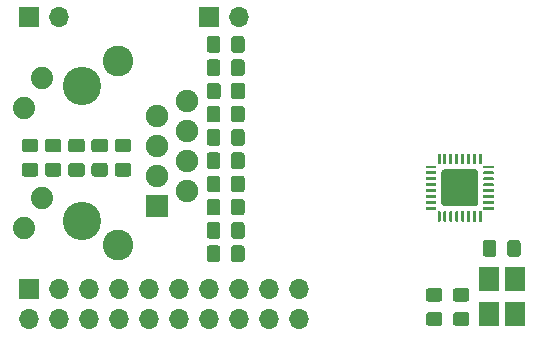
<source format=gbr>
G04 #@! TF.GenerationSoftware,KiCad,Pcbnew,(5.1.5)-3*
G04 #@! TF.CreationDate,2020-07-18T04:54:50-04:00*
G04 #@! TF.ProjectId,MONster64 - NetModule,4d4f4e73-7465-4723-9634-202d204e6574,rev?*
G04 #@! TF.SameCoordinates,Original*
G04 #@! TF.FileFunction,Soldermask,Top*
G04 #@! TF.FilePolarity,Negative*
%FSLAX46Y46*%
G04 Gerber Fmt 4.6, Leading zero omitted, Abs format (unit mm)*
G04 Created by KiCad (PCBNEW (5.1.5)-3) date 2020-07-18 04:54:50*
%MOMM*%
%LPD*%
G04 APERTURE LIST*
%ADD10C,0.100000*%
%ADD11R,1.900000X1.900000*%
%ADD12C,1.900000*%
%ADD13C,1.890000*%
%ADD14C,2.600000*%
%ADD15C,3.250000*%
%ADD16R,1.725000X2.100000*%
%ADD17R,1.700000X1.700000*%
%ADD18O,1.700000X1.700000*%
G04 APERTURE END LIST*
D10*
G36*
X178539505Y-101599704D02*
G01*
X178563773Y-101603304D01*
X178587572Y-101609265D01*
X178610671Y-101617530D01*
X178632850Y-101628020D01*
X178653893Y-101640632D01*
X178673599Y-101655247D01*
X178691777Y-101671723D01*
X178708253Y-101689901D01*
X178722868Y-101709607D01*
X178735480Y-101730650D01*
X178745970Y-101752829D01*
X178754235Y-101775928D01*
X178760196Y-101799727D01*
X178763796Y-101823995D01*
X178765000Y-101848499D01*
X178765000Y-102748501D01*
X178763796Y-102773005D01*
X178760196Y-102797273D01*
X178754235Y-102821072D01*
X178745970Y-102844171D01*
X178735480Y-102866350D01*
X178722868Y-102887393D01*
X178708253Y-102907099D01*
X178691777Y-102925277D01*
X178673599Y-102941753D01*
X178653893Y-102956368D01*
X178632850Y-102968980D01*
X178610671Y-102979470D01*
X178587572Y-102987735D01*
X178563773Y-102993696D01*
X178539505Y-102997296D01*
X178515001Y-102998500D01*
X177864999Y-102998500D01*
X177840495Y-102997296D01*
X177816227Y-102993696D01*
X177792428Y-102987735D01*
X177769329Y-102979470D01*
X177747150Y-102968980D01*
X177726107Y-102956368D01*
X177706401Y-102941753D01*
X177688223Y-102925277D01*
X177671747Y-102907099D01*
X177657132Y-102887393D01*
X177644520Y-102866350D01*
X177634030Y-102844171D01*
X177625765Y-102821072D01*
X177619804Y-102797273D01*
X177616204Y-102773005D01*
X177615000Y-102748501D01*
X177615000Y-101848499D01*
X177616204Y-101823995D01*
X177619804Y-101799727D01*
X177625765Y-101775928D01*
X177634030Y-101752829D01*
X177644520Y-101730650D01*
X177657132Y-101709607D01*
X177671747Y-101689901D01*
X177688223Y-101671723D01*
X177706401Y-101655247D01*
X177726107Y-101640632D01*
X177747150Y-101628020D01*
X177769329Y-101617530D01*
X177792428Y-101609265D01*
X177816227Y-101603304D01*
X177840495Y-101599704D01*
X177864999Y-101598500D01*
X178515001Y-101598500D01*
X178539505Y-101599704D01*
G37*
G36*
X176489505Y-101599704D02*
G01*
X176513773Y-101603304D01*
X176537572Y-101609265D01*
X176560671Y-101617530D01*
X176582850Y-101628020D01*
X176603893Y-101640632D01*
X176623599Y-101655247D01*
X176641777Y-101671723D01*
X176658253Y-101689901D01*
X176672868Y-101709607D01*
X176685480Y-101730650D01*
X176695970Y-101752829D01*
X176704235Y-101775928D01*
X176710196Y-101799727D01*
X176713796Y-101823995D01*
X176715000Y-101848499D01*
X176715000Y-102748501D01*
X176713796Y-102773005D01*
X176710196Y-102797273D01*
X176704235Y-102821072D01*
X176695970Y-102844171D01*
X176685480Y-102866350D01*
X176672868Y-102887393D01*
X176658253Y-102907099D01*
X176641777Y-102925277D01*
X176623599Y-102941753D01*
X176603893Y-102956368D01*
X176582850Y-102968980D01*
X176560671Y-102979470D01*
X176537572Y-102987735D01*
X176513773Y-102993696D01*
X176489505Y-102997296D01*
X176465001Y-102998500D01*
X175814999Y-102998500D01*
X175790495Y-102997296D01*
X175766227Y-102993696D01*
X175742428Y-102987735D01*
X175719329Y-102979470D01*
X175697150Y-102968980D01*
X175676107Y-102956368D01*
X175656401Y-102941753D01*
X175638223Y-102925277D01*
X175621747Y-102907099D01*
X175607132Y-102887393D01*
X175594520Y-102866350D01*
X175584030Y-102844171D01*
X175575765Y-102821072D01*
X175569804Y-102797273D01*
X175566204Y-102773005D01*
X175565000Y-102748501D01*
X175565000Y-101848499D01*
X175566204Y-101823995D01*
X175569804Y-101799727D01*
X175575765Y-101775928D01*
X175584030Y-101752829D01*
X175594520Y-101730650D01*
X175607132Y-101709607D01*
X175621747Y-101689901D01*
X175638223Y-101671723D01*
X175656401Y-101655247D01*
X175676107Y-101640632D01*
X175697150Y-101628020D01*
X175719329Y-101617530D01*
X175742428Y-101609265D01*
X175766227Y-101603304D01*
X175790495Y-101599704D01*
X175814999Y-101598500D01*
X176465001Y-101598500D01*
X176489505Y-101599704D01*
G37*
G36*
X174210505Y-105652704D02*
G01*
X174234773Y-105656304D01*
X174258572Y-105662265D01*
X174281671Y-105670530D01*
X174303850Y-105681020D01*
X174324893Y-105693632D01*
X174344599Y-105708247D01*
X174362777Y-105724723D01*
X174379253Y-105742901D01*
X174393868Y-105762607D01*
X174406480Y-105783650D01*
X174416970Y-105805829D01*
X174425235Y-105828928D01*
X174431196Y-105852727D01*
X174434796Y-105876995D01*
X174436000Y-105901499D01*
X174436000Y-106551501D01*
X174434796Y-106576005D01*
X174431196Y-106600273D01*
X174425235Y-106624072D01*
X174416970Y-106647171D01*
X174406480Y-106669350D01*
X174393868Y-106690393D01*
X174379253Y-106710099D01*
X174362777Y-106728277D01*
X174344599Y-106744753D01*
X174324893Y-106759368D01*
X174303850Y-106771980D01*
X174281671Y-106782470D01*
X174258572Y-106790735D01*
X174234773Y-106796696D01*
X174210505Y-106800296D01*
X174186001Y-106801500D01*
X173285999Y-106801500D01*
X173261495Y-106800296D01*
X173237227Y-106796696D01*
X173213428Y-106790735D01*
X173190329Y-106782470D01*
X173168150Y-106771980D01*
X173147107Y-106759368D01*
X173127401Y-106744753D01*
X173109223Y-106728277D01*
X173092747Y-106710099D01*
X173078132Y-106690393D01*
X173065520Y-106669350D01*
X173055030Y-106647171D01*
X173046765Y-106624072D01*
X173040804Y-106600273D01*
X173037204Y-106576005D01*
X173036000Y-106551501D01*
X173036000Y-105901499D01*
X173037204Y-105876995D01*
X173040804Y-105852727D01*
X173046765Y-105828928D01*
X173055030Y-105805829D01*
X173065520Y-105783650D01*
X173078132Y-105762607D01*
X173092747Y-105742901D01*
X173109223Y-105724723D01*
X173127401Y-105708247D01*
X173147107Y-105693632D01*
X173168150Y-105681020D01*
X173190329Y-105670530D01*
X173213428Y-105662265D01*
X173237227Y-105656304D01*
X173261495Y-105652704D01*
X173285999Y-105651500D01*
X174186001Y-105651500D01*
X174210505Y-105652704D01*
G37*
G36*
X174210505Y-107702704D02*
G01*
X174234773Y-107706304D01*
X174258572Y-107712265D01*
X174281671Y-107720530D01*
X174303850Y-107731020D01*
X174324893Y-107743632D01*
X174344599Y-107758247D01*
X174362777Y-107774723D01*
X174379253Y-107792901D01*
X174393868Y-107812607D01*
X174406480Y-107833650D01*
X174416970Y-107855829D01*
X174425235Y-107878928D01*
X174431196Y-107902727D01*
X174434796Y-107926995D01*
X174436000Y-107951499D01*
X174436000Y-108601501D01*
X174434796Y-108626005D01*
X174431196Y-108650273D01*
X174425235Y-108674072D01*
X174416970Y-108697171D01*
X174406480Y-108719350D01*
X174393868Y-108740393D01*
X174379253Y-108760099D01*
X174362777Y-108778277D01*
X174344599Y-108794753D01*
X174324893Y-108809368D01*
X174303850Y-108821980D01*
X174281671Y-108832470D01*
X174258572Y-108840735D01*
X174234773Y-108846696D01*
X174210505Y-108850296D01*
X174186001Y-108851500D01*
X173285999Y-108851500D01*
X173261495Y-108850296D01*
X173237227Y-108846696D01*
X173213428Y-108840735D01*
X173190329Y-108832470D01*
X173168150Y-108821980D01*
X173147107Y-108809368D01*
X173127401Y-108794753D01*
X173109223Y-108778277D01*
X173092747Y-108760099D01*
X173078132Y-108740393D01*
X173065520Y-108719350D01*
X173055030Y-108697171D01*
X173046765Y-108674072D01*
X173040804Y-108650273D01*
X173037204Y-108626005D01*
X173036000Y-108601501D01*
X173036000Y-107951499D01*
X173037204Y-107926995D01*
X173040804Y-107902727D01*
X173046765Y-107878928D01*
X173055030Y-107855829D01*
X173065520Y-107833650D01*
X173078132Y-107812607D01*
X173092747Y-107792901D01*
X173109223Y-107774723D01*
X173127401Y-107758247D01*
X173147107Y-107743632D01*
X173168150Y-107731020D01*
X173190329Y-107720530D01*
X173213428Y-107712265D01*
X173237227Y-107706304D01*
X173261495Y-107702704D01*
X173285999Y-107701500D01*
X174186001Y-107701500D01*
X174210505Y-107702704D01*
G37*
G36*
X153121505Y-92201704D02*
G01*
X153145773Y-92205304D01*
X153169572Y-92211265D01*
X153192671Y-92219530D01*
X153214850Y-92230020D01*
X153235893Y-92242632D01*
X153255599Y-92257247D01*
X153273777Y-92273723D01*
X153290253Y-92291901D01*
X153304868Y-92311607D01*
X153317480Y-92332650D01*
X153327970Y-92354829D01*
X153336235Y-92377928D01*
X153342196Y-92401727D01*
X153345796Y-92425995D01*
X153347000Y-92450499D01*
X153347000Y-93350501D01*
X153345796Y-93375005D01*
X153342196Y-93399273D01*
X153336235Y-93423072D01*
X153327970Y-93446171D01*
X153317480Y-93468350D01*
X153304868Y-93489393D01*
X153290253Y-93509099D01*
X153273777Y-93527277D01*
X153255599Y-93543753D01*
X153235893Y-93558368D01*
X153214850Y-93570980D01*
X153192671Y-93581470D01*
X153169572Y-93589735D01*
X153145773Y-93595696D01*
X153121505Y-93599296D01*
X153097001Y-93600500D01*
X152446999Y-93600500D01*
X152422495Y-93599296D01*
X152398227Y-93595696D01*
X152374428Y-93589735D01*
X152351329Y-93581470D01*
X152329150Y-93570980D01*
X152308107Y-93558368D01*
X152288401Y-93543753D01*
X152270223Y-93527277D01*
X152253747Y-93509099D01*
X152239132Y-93489393D01*
X152226520Y-93468350D01*
X152216030Y-93446171D01*
X152207765Y-93423072D01*
X152201804Y-93399273D01*
X152198204Y-93375005D01*
X152197000Y-93350501D01*
X152197000Y-92450499D01*
X152198204Y-92425995D01*
X152201804Y-92401727D01*
X152207765Y-92377928D01*
X152216030Y-92354829D01*
X152226520Y-92332650D01*
X152239132Y-92311607D01*
X152253747Y-92291901D01*
X152270223Y-92273723D01*
X152288401Y-92257247D01*
X152308107Y-92242632D01*
X152329150Y-92230020D01*
X152351329Y-92219530D01*
X152374428Y-92211265D01*
X152398227Y-92205304D01*
X152422495Y-92201704D01*
X152446999Y-92200500D01*
X153097001Y-92200500D01*
X153121505Y-92201704D01*
G37*
G36*
X155171505Y-92201704D02*
G01*
X155195773Y-92205304D01*
X155219572Y-92211265D01*
X155242671Y-92219530D01*
X155264850Y-92230020D01*
X155285893Y-92242632D01*
X155305599Y-92257247D01*
X155323777Y-92273723D01*
X155340253Y-92291901D01*
X155354868Y-92311607D01*
X155367480Y-92332650D01*
X155377970Y-92354829D01*
X155386235Y-92377928D01*
X155392196Y-92401727D01*
X155395796Y-92425995D01*
X155397000Y-92450499D01*
X155397000Y-93350501D01*
X155395796Y-93375005D01*
X155392196Y-93399273D01*
X155386235Y-93423072D01*
X155377970Y-93446171D01*
X155367480Y-93468350D01*
X155354868Y-93489393D01*
X155340253Y-93509099D01*
X155323777Y-93527277D01*
X155305599Y-93543753D01*
X155285893Y-93558368D01*
X155264850Y-93570980D01*
X155242671Y-93581470D01*
X155219572Y-93589735D01*
X155195773Y-93595696D01*
X155171505Y-93599296D01*
X155147001Y-93600500D01*
X154496999Y-93600500D01*
X154472495Y-93599296D01*
X154448227Y-93595696D01*
X154424428Y-93589735D01*
X154401329Y-93581470D01*
X154379150Y-93570980D01*
X154358107Y-93558368D01*
X154338401Y-93543753D01*
X154320223Y-93527277D01*
X154303747Y-93509099D01*
X154289132Y-93489393D01*
X154276520Y-93468350D01*
X154266030Y-93446171D01*
X154257765Y-93423072D01*
X154251804Y-93399273D01*
X154248204Y-93375005D01*
X154247000Y-93350501D01*
X154247000Y-92450499D01*
X154248204Y-92425995D01*
X154251804Y-92401727D01*
X154257765Y-92377928D01*
X154266030Y-92354829D01*
X154276520Y-92332650D01*
X154289132Y-92311607D01*
X154303747Y-92291901D01*
X154320223Y-92273723D01*
X154338401Y-92257247D01*
X154358107Y-92242632D01*
X154379150Y-92230020D01*
X154401329Y-92219530D01*
X154424428Y-92211265D01*
X154448227Y-92205304D01*
X154472495Y-92201704D01*
X154496999Y-92200500D01*
X155147001Y-92200500D01*
X155171505Y-92201704D01*
G37*
G36*
X155171505Y-90233204D02*
G01*
X155195773Y-90236804D01*
X155219572Y-90242765D01*
X155242671Y-90251030D01*
X155264850Y-90261520D01*
X155285893Y-90274132D01*
X155305599Y-90288747D01*
X155323777Y-90305223D01*
X155340253Y-90323401D01*
X155354868Y-90343107D01*
X155367480Y-90364150D01*
X155377970Y-90386329D01*
X155386235Y-90409428D01*
X155392196Y-90433227D01*
X155395796Y-90457495D01*
X155397000Y-90481999D01*
X155397000Y-91382001D01*
X155395796Y-91406505D01*
X155392196Y-91430773D01*
X155386235Y-91454572D01*
X155377970Y-91477671D01*
X155367480Y-91499850D01*
X155354868Y-91520893D01*
X155340253Y-91540599D01*
X155323777Y-91558777D01*
X155305599Y-91575253D01*
X155285893Y-91589868D01*
X155264850Y-91602480D01*
X155242671Y-91612970D01*
X155219572Y-91621235D01*
X155195773Y-91627196D01*
X155171505Y-91630796D01*
X155147001Y-91632000D01*
X154496999Y-91632000D01*
X154472495Y-91630796D01*
X154448227Y-91627196D01*
X154424428Y-91621235D01*
X154401329Y-91612970D01*
X154379150Y-91602480D01*
X154358107Y-91589868D01*
X154338401Y-91575253D01*
X154320223Y-91558777D01*
X154303747Y-91540599D01*
X154289132Y-91520893D01*
X154276520Y-91499850D01*
X154266030Y-91477671D01*
X154257765Y-91454572D01*
X154251804Y-91430773D01*
X154248204Y-91406505D01*
X154247000Y-91382001D01*
X154247000Y-90481999D01*
X154248204Y-90457495D01*
X154251804Y-90433227D01*
X154257765Y-90409428D01*
X154266030Y-90386329D01*
X154276520Y-90364150D01*
X154289132Y-90343107D01*
X154303747Y-90323401D01*
X154320223Y-90305223D01*
X154338401Y-90288747D01*
X154358107Y-90274132D01*
X154379150Y-90261520D01*
X154401329Y-90251030D01*
X154424428Y-90242765D01*
X154448227Y-90236804D01*
X154472495Y-90233204D01*
X154496999Y-90232000D01*
X155147001Y-90232000D01*
X155171505Y-90233204D01*
G37*
G36*
X153121505Y-90233204D02*
G01*
X153145773Y-90236804D01*
X153169572Y-90242765D01*
X153192671Y-90251030D01*
X153214850Y-90261520D01*
X153235893Y-90274132D01*
X153255599Y-90288747D01*
X153273777Y-90305223D01*
X153290253Y-90323401D01*
X153304868Y-90343107D01*
X153317480Y-90364150D01*
X153327970Y-90386329D01*
X153336235Y-90409428D01*
X153342196Y-90433227D01*
X153345796Y-90457495D01*
X153347000Y-90481999D01*
X153347000Y-91382001D01*
X153345796Y-91406505D01*
X153342196Y-91430773D01*
X153336235Y-91454572D01*
X153327970Y-91477671D01*
X153317480Y-91499850D01*
X153304868Y-91520893D01*
X153290253Y-91540599D01*
X153273777Y-91558777D01*
X153255599Y-91575253D01*
X153235893Y-91589868D01*
X153214850Y-91602480D01*
X153192671Y-91612970D01*
X153169572Y-91621235D01*
X153145773Y-91627196D01*
X153121505Y-91630796D01*
X153097001Y-91632000D01*
X152446999Y-91632000D01*
X152422495Y-91630796D01*
X152398227Y-91627196D01*
X152374428Y-91621235D01*
X152351329Y-91612970D01*
X152329150Y-91602480D01*
X152308107Y-91589868D01*
X152288401Y-91575253D01*
X152270223Y-91558777D01*
X152253747Y-91540599D01*
X152239132Y-91520893D01*
X152226520Y-91499850D01*
X152216030Y-91477671D01*
X152207765Y-91454572D01*
X152201804Y-91430773D01*
X152198204Y-91406505D01*
X152197000Y-91382001D01*
X152197000Y-90481999D01*
X152198204Y-90457495D01*
X152201804Y-90433227D01*
X152207765Y-90409428D01*
X152216030Y-90386329D01*
X152226520Y-90364150D01*
X152239132Y-90343107D01*
X152253747Y-90323401D01*
X152270223Y-90305223D01*
X152288401Y-90288747D01*
X152308107Y-90274132D01*
X152329150Y-90261520D01*
X152351329Y-90251030D01*
X152374428Y-90242765D01*
X152398227Y-90236804D01*
X152422495Y-90233204D01*
X152446999Y-90232000D01*
X153097001Y-90232000D01*
X153121505Y-90233204D01*
G37*
G36*
X153121505Y-86296204D02*
G01*
X153145773Y-86299804D01*
X153169572Y-86305765D01*
X153192671Y-86314030D01*
X153214850Y-86324520D01*
X153235893Y-86337132D01*
X153255599Y-86351747D01*
X153273777Y-86368223D01*
X153290253Y-86386401D01*
X153304868Y-86406107D01*
X153317480Y-86427150D01*
X153327970Y-86449329D01*
X153336235Y-86472428D01*
X153342196Y-86496227D01*
X153345796Y-86520495D01*
X153347000Y-86544999D01*
X153347000Y-87445001D01*
X153345796Y-87469505D01*
X153342196Y-87493773D01*
X153336235Y-87517572D01*
X153327970Y-87540671D01*
X153317480Y-87562850D01*
X153304868Y-87583893D01*
X153290253Y-87603599D01*
X153273777Y-87621777D01*
X153255599Y-87638253D01*
X153235893Y-87652868D01*
X153214850Y-87665480D01*
X153192671Y-87675970D01*
X153169572Y-87684235D01*
X153145773Y-87690196D01*
X153121505Y-87693796D01*
X153097001Y-87695000D01*
X152446999Y-87695000D01*
X152422495Y-87693796D01*
X152398227Y-87690196D01*
X152374428Y-87684235D01*
X152351329Y-87675970D01*
X152329150Y-87665480D01*
X152308107Y-87652868D01*
X152288401Y-87638253D01*
X152270223Y-87621777D01*
X152253747Y-87603599D01*
X152239132Y-87583893D01*
X152226520Y-87562850D01*
X152216030Y-87540671D01*
X152207765Y-87517572D01*
X152201804Y-87493773D01*
X152198204Y-87469505D01*
X152197000Y-87445001D01*
X152197000Y-86544999D01*
X152198204Y-86520495D01*
X152201804Y-86496227D01*
X152207765Y-86472428D01*
X152216030Y-86449329D01*
X152226520Y-86427150D01*
X152239132Y-86406107D01*
X152253747Y-86386401D01*
X152270223Y-86368223D01*
X152288401Y-86351747D01*
X152308107Y-86337132D01*
X152329150Y-86324520D01*
X152351329Y-86314030D01*
X152374428Y-86305765D01*
X152398227Y-86299804D01*
X152422495Y-86296204D01*
X152446999Y-86295000D01*
X153097001Y-86295000D01*
X153121505Y-86296204D01*
G37*
G36*
X155171505Y-86296204D02*
G01*
X155195773Y-86299804D01*
X155219572Y-86305765D01*
X155242671Y-86314030D01*
X155264850Y-86324520D01*
X155285893Y-86337132D01*
X155305599Y-86351747D01*
X155323777Y-86368223D01*
X155340253Y-86386401D01*
X155354868Y-86406107D01*
X155367480Y-86427150D01*
X155377970Y-86449329D01*
X155386235Y-86472428D01*
X155392196Y-86496227D01*
X155395796Y-86520495D01*
X155397000Y-86544999D01*
X155397000Y-87445001D01*
X155395796Y-87469505D01*
X155392196Y-87493773D01*
X155386235Y-87517572D01*
X155377970Y-87540671D01*
X155367480Y-87562850D01*
X155354868Y-87583893D01*
X155340253Y-87603599D01*
X155323777Y-87621777D01*
X155305599Y-87638253D01*
X155285893Y-87652868D01*
X155264850Y-87665480D01*
X155242671Y-87675970D01*
X155219572Y-87684235D01*
X155195773Y-87690196D01*
X155171505Y-87693796D01*
X155147001Y-87695000D01*
X154496999Y-87695000D01*
X154472495Y-87693796D01*
X154448227Y-87690196D01*
X154424428Y-87684235D01*
X154401329Y-87675970D01*
X154379150Y-87665480D01*
X154358107Y-87652868D01*
X154338401Y-87638253D01*
X154320223Y-87621777D01*
X154303747Y-87603599D01*
X154289132Y-87583893D01*
X154276520Y-87562850D01*
X154266030Y-87540671D01*
X154257765Y-87517572D01*
X154251804Y-87493773D01*
X154248204Y-87469505D01*
X154247000Y-87445001D01*
X154247000Y-86544999D01*
X154248204Y-86520495D01*
X154251804Y-86496227D01*
X154257765Y-86472428D01*
X154266030Y-86449329D01*
X154276520Y-86427150D01*
X154289132Y-86406107D01*
X154303747Y-86386401D01*
X154320223Y-86368223D01*
X154338401Y-86351747D01*
X154358107Y-86337132D01*
X154379150Y-86324520D01*
X154401329Y-86314030D01*
X154424428Y-86305765D01*
X154448227Y-86299804D01*
X154472495Y-86296204D01*
X154496999Y-86295000D01*
X155147001Y-86295000D01*
X155171505Y-86296204D01*
G37*
G36*
X155171505Y-84327704D02*
G01*
X155195773Y-84331304D01*
X155219572Y-84337265D01*
X155242671Y-84345530D01*
X155264850Y-84356020D01*
X155285893Y-84368632D01*
X155305599Y-84383247D01*
X155323777Y-84399723D01*
X155340253Y-84417901D01*
X155354868Y-84437607D01*
X155367480Y-84458650D01*
X155377970Y-84480829D01*
X155386235Y-84503928D01*
X155392196Y-84527727D01*
X155395796Y-84551995D01*
X155397000Y-84576499D01*
X155397000Y-85476501D01*
X155395796Y-85501005D01*
X155392196Y-85525273D01*
X155386235Y-85549072D01*
X155377970Y-85572171D01*
X155367480Y-85594350D01*
X155354868Y-85615393D01*
X155340253Y-85635099D01*
X155323777Y-85653277D01*
X155305599Y-85669753D01*
X155285893Y-85684368D01*
X155264850Y-85696980D01*
X155242671Y-85707470D01*
X155219572Y-85715735D01*
X155195773Y-85721696D01*
X155171505Y-85725296D01*
X155147001Y-85726500D01*
X154496999Y-85726500D01*
X154472495Y-85725296D01*
X154448227Y-85721696D01*
X154424428Y-85715735D01*
X154401329Y-85707470D01*
X154379150Y-85696980D01*
X154358107Y-85684368D01*
X154338401Y-85669753D01*
X154320223Y-85653277D01*
X154303747Y-85635099D01*
X154289132Y-85615393D01*
X154276520Y-85594350D01*
X154266030Y-85572171D01*
X154257765Y-85549072D01*
X154251804Y-85525273D01*
X154248204Y-85501005D01*
X154247000Y-85476501D01*
X154247000Y-84576499D01*
X154248204Y-84551995D01*
X154251804Y-84527727D01*
X154257765Y-84503928D01*
X154266030Y-84480829D01*
X154276520Y-84458650D01*
X154289132Y-84437607D01*
X154303747Y-84417901D01*
X154320223Y-84399723D01*
X154338401Y-84383247D01*
X154358107Y-84368632D01*
X154379150Y-84356020D01*
X154401329Y-84345530D01*
X154424428Y-84337265D01*
X154448227Y-84331304D01*
X154472495Y-84327704D01*
X154496999Y-84326500D01*
X155147001Y-84326500D01*
X155171505Y-84327704D01*
G37*
G36*
X153121505Y-84327704D02*
G01*
X153145773Y-84331304D01*
X153169572Y-84337265D01*
X153192671Y-84345530D01*
X153214850Y-84356020D01*
X153235893Y-84368632D01*
X153255599Y-84383247D01*
X153273777Y-84399723D01*
X153290253Y-84417901D01*
X153304868Y-84437607D01*
X153317480Y-84458650D01*
X153327970Y-84480829D01*
X153336235Y-84503928D01*
X153342196Y-84527727D01*
X153345796Y-84551995D01*
X153347000Y-84576499D01*
X153347000Y-85476501D01*
X153345796Y-85501005D01*
X153342196Y-85525273D01*
X153336235Y-85549072D01*
X153327970Y-85572171D01*
X153317480Y-85594350D01*
X153304868Y-85615393D01*
X153290253Y-85635099D01*
X153273777Y-85653277D01*
X153255599Y-85669753D01*
X153235893Y-85684368D01*
X153214850Y-85696980D01*
X153192671Y-85707470D01*
X153169572Y-85715735D01*
X153145773Y-85721696D01*
X153121505Y-85725296D01*
X153097001Y-85726500D01*
X152446999Y-85726500D01*
X152422495Y-85725296D01*
X152398227Y-85721696D01*
X152374428Y-85715735D01*
X152351329Y-85707470D01*
X152329150Y-85696980D01*
X152308107Y-85684368D01*
X152288401Y-85669753D01*
X152270223Y-85653277D01*
X152253747Y-85635099D01*
X152239132Y-85615393D01*
X152226520Y-85594350D01*
X152216030Y-85572171D01*
X152207765Y-85549072D01*
X152201804Y-85525273D01*
X152198204Y-85501005D01*
X152197000Y-85476501D01*
X152197000Y-84576499D01*
X152198204Y-84551995D01*
X152201804Y-84527727D01*
X152207765Y-84503928D01*
X152216030Y-84480829D01*
X152226520Y-84458650D01*
X152239132Y-84437607D01*
X152253747Y-84417901D01*
X152270223Y-84399723D01*
X152288401Y-84383247D01*
X152308107Y-84368632D01*
X152329150Y-84356020D01*
X152351329Y-84345530D01*
X152374428Y-84337265D01*
X152398227Y-84331304D01*
X152422495Y-84327704D01*
X152446999Y-84326500D01*
X153097001Y-84326500D01*
X153121505Y-84327704D01*
G37*
G36*
X145572005Y-95066204D02*
G01*
X145596273Y-95069804D01*
X145620072Y-95075765D01*
X145643171Y-95084030D01*
X145665350Y-95094520D01*
X145686393Y-95107132D01*
X145706099Y-95121747D01*
X145724277Y-95138223D01*
X145740753Y-95156401D01*
X145755368Y-95176107D01*
X145767980Y-95197150D01*
X145778470Y-95219329D01*
X145786735Y-95242428D01*
X145792696Y-95266227D01*
X145796296Y-95290495D01*
X145797500Y-95314999D01*
X145797500Y-95965001D01*
X145796296Y-95989505D01*
X145792696Y-96013773D01*
X145786735Y-96037572D01*
X145778470Y-96060671D01*
X145767980Y-96082850D01*
X145755368Y-96103893D01*
X145740753Y-96123599D01*
X145724277Y-96141777D01*
X145706099Y-96158253D01*
X145686393Y-96172868D01*
X145665350Y-96185480D01*
X145643171Y-96195970D01*
X145620072Y-96204235D01*
X145596273Y-96210196D01*
X145572005Y-96213796D01*
X145547501Y-96215000D01*
X144647499Y-96215000D01*
X144622995Y-96213796D01*
X144598727Y-96210196D01*
X144574928Y-96204235D01*
X144551829Y-96195970D01*
X144529650Y-96185480D01*
X144508607Y-96172868D01*
X144488901Y-96158253D01*
X144470723Y-96141777D01*
X144454247Y-96123599D01*
X144439632Y-96103893D01*
X144427020Y-96082850D01*
X144416530Y-96060671D01*
X144408265Y-96037572D01*
X144402304Y-96013773D01*
X144398704Y-95989505D01*
X144397500Y-95965001D01*
X144397500Y-95314999D01*
X144398704Y-95290495D01*
X144402304Y-95266227D01*
X144408265Y-95242428D01*
X144416530Y-95219329D01*
X144427020Y-95197150D01*
X144439632Y-95176107D01*
X144454247Y-95156401D01*
X144470723Y-95138223D01*
X144488901Y-95121747D01*
X144508607Y-95107132D01*
X144529650Y-95094520D01*
X144551829Y-95084030D01*
X144574928Y-95075765D01*
X144598727Y-95069804D01*
X144622995Y-95066204D01*
X144647499Y-95065000D01*
X145547501Y-95065000D01*
X145572005Y-95066204D01*
G37*
G36*
X145572005Y-93016204D02*
G01*
X145596273Y-93019804D01*
X145620072Y-93025765D01*
X145643171Y-93034030D01*
X145665350Y-93044520D01*
X145686393Y-93057132D01*
X145706099Y-93071747D01*
X145724277Y-93088223D01*
X145740753Y-93106401D01*
X145755368Y-93126107D01*
X145767980Y-93147150D01*
X145778470Y-93169329D01*
X145786735Y-93192428D01*
X145792696Y-93216227D01*
X145796296Y-93240495D01*
X145797500Y-93264999D01*
X145797500Y-93915001D01*
X145796296Y-93939505D01*
X145792696Y-93963773D01*
X145786735Y-93987572D01*
X145778470Y-94010671D01*
X145767980Y-94032850D01*
X145755368Y-94053893D01*
X145740753Y-94073599D01*
X145724277Y-94091777D01*
X145706099Y-94108253D01*
X145686393Y-94122868D01*
X145665350Y-94135480D01*
X145643171Y-94145970D01*
X145620072Y-94154235D01*
X145596273Y-94160196D01*
X145572005Y-94163796D01*
X145547501Y-94165000D01*
X144647499Y-94165000D01*
X144622995Y-94163796D01*
X144598727Y-94160196D01*
X144574928Y-94154235D01*
X144551829Y-94145970D01*
X144529650Y-94135480D01*
X144508607Y-94122868D01*
X144488901Y-94108253D01*
X144470723Y-94091777D01*
X144454247Y-94073599D01*
X144439632Y-94053893D01*
X144427020Y-94032850D01*
X144416530Y-94010671D01*
X144408265Y-93987572D01*
X144402304Y-93963773D01*
X144398704Y-93939505D01*
X144397500Y-93915001D01*
X144397500Y-93264999D01*
X144398704Y-93240495D01*
X144402304Y-93216227D01*
X144408265Y-93192428D01*
X144416530Y-93169329D01*
X144427020Y-93147150D01*
X144439632Y-93126107D01*
X144454247Y-93106401D01*
X144470723Y-93088223D01*
X144488901Y-93071747D01*
X144508607Y-93057132D01*
X144529650Y-93044520D01*
X144551829Y-93034030D01*
X144574928Y-93025765D01*
X144598727Y-93019804D01*
X144622995Y-93016204D01*
X144647499Y-93015000D01*
X145547501Y-93015000D01*
X145572005Y-93016204D01*
G37*
G36*
X153121505Y-98107204D02*
G01*
X153145773Y-98110804D01*
X153169572Y-98116765D01*
X153192671Y-98125030D01*
X153214850Y-98135520D01*
X153235893Y-98148132D01*
X153255599Y-98162747D01*
X153273777Y-98179223D01*
X153290253Y-98197401D01*
X153304868Y-98217107D01*
X153317480Y-98238150D01*
X153327970Y-98260329D01*
X153336235Y-98283428D01*
X153342196Y-98307227D01*
X153345796Y-98331495D01*
X153347000Y-98355999D01*
X153347000Y-99256001D01*
X153345796Y-99280505D01*
X153342196Y-99304773D01*
X153336235Y-99328572D01*
X153327970Y-99351671D01*
X153317480Y-99373850D01*
X153304868Y-99394893D01*
X153290253Y-99414599D01*
X153273777Y-99432777D01*
X153255599Y-99449253D01*
X153235893Y-99463868D01*
X153214850Y-99476480D01*
X153192671Y-99486970D01*
X153169572Y-99495235D01*
X153145773Y-99501196D01*
X153121505Y-99504796D01*
X153097001Y-99506000D01*
X152446999Y-99506000D01*
X152422495Y-99504796D01*
X152398227Y-99501196D01*
X152374428Y-99495235D01*
X152351329Y-99486970D01*
X152329150Y-99476480D01*
X152308107Y-99463868D01*
X152288401Y-99449253D01*
X152270223Y-99432777D01*
X152253747Y-99414599D01*
X152239132Y-99394893D01*
X152226520Y-99373850D01*
X152216030Y-99351671D01*
X152207765Y-99328572D01*
X152201804Y-99304773D01*
X152198204Y-99280505D01*
X152197000Y-99256001D01*
X152197000Y-98355999D01*
X152198204Y-98331495D01*
X152201804Y-98307227D01*
X152207765Y-98283428D01*
X152216030Y-98260329D01*
X152226520Y-98238150D01*
X152239132Y-98217107D01*
X152253747Y-98197401D01*
X152270223Y-98179223D01*
X152288401Y-98162747D01*
X152308107Y-98148132D01*
X152329150Y-98135520D01*
X152351329Y-98125030D01*
X152374428Y-98116765D01*
X152398227Y-98110804D01*
X152422495Y-98107204D01*
X152446999Y-98106000D01*
X153097001Y-98106000D01*
X153121505Y-98107204D01*
G37*
G36*
X155171505Y-98107204D02*
G01*
X155195773Y-98110804D01*
X155219572Y-98116765D01*
X155242671Y-98125030D01*
X155264850Y-98135520D01*
X155285893Y-98148132D01*
X155305599Y-98162747D01*
X155323777Y-98179223D01*
X155340253Y-98197401D01*
X155354868Y-98217107D01*
X155367480Y-98238150D01*
X155377970Y-98260329D01*
X155386235Y-98283428D01*
X155392196Y-98307227D01*
X155395796Y-98331495D01*
X155397000Y-98355999D01*
X155397000Y-99256001D01*
X155395796Y-99280505D01*
X155392196Y-99304773D01*
X155386235Y-99328572D01*
X155377970Y-99351671D01*
X155367480Y-99373850D01*
X155354868Y-99394893D01*
X155340253Y-99414599D01*
X155323777Y-99432777D01*
X155305599Y-99449253D01*
X155285893Y-99463868D01*
X155264850Y-99476480D01*
X155242671Y-99486970D01*
X155219572Y-99495235D01*
X155195773Y-99501196D01*
X155171505Y-99504796D01*
X155147001Y-99506000D01*
X154496999Y-99506000D01*
X154472495Y-99504796D01*
X154448227Y-99501196D01*
X154424428Y-99495235D01*
X154401329Y-99486970D01*
X154379150Y-99476480D01*
X154358107Y-99463868D01*
X154338401Y-99449253D01*
X154320223Y-99432777D01*
X154303747Y-99414599D01*
X154289132Y-99394893D01*
X154276520Y-99373850D01*
X154266030Y-99351671D01*
X154257765Y-99328572D01*
X154251804Y-99304773D01*
X154248204Y-99280505D01*
X154247000Y-99256001D01*
X154247000Y-98355999D01*
X154248204Y-98331495D01*
X154251804Y-98307227D01*
X154257765Y-98283428D01*
X154266030Y-98260329D01*
X154276520Y-98238150D01*
X154289132Y-98217107D01*
X154303747Y-98197401D01*
X154320223Y-98179223D01*
X154338401Y-98162747D01*
X154358107Y-98148132D01*
X154379150Y-98135520D01*
X154401329Y-98125030D01*
X154424428Y-98116765D01*
X154448227Y-98110804D01*
X154472495Y-98107204D01*
X154496999Y-98106000D01*
X155147001Y-98106000D01*
X155171505Y-98107204D01*
G37*
G36*
X143603505Y-93016204D02*
G01*
X143627773Y-93019804D01*
X143651572Y-93025765D01*
X143674671Y-93034030D01*
X143696850Y-93044520D01*
X143717893Y-93057132D01*
X143737599Y-93071747D01*
X143755777Y-93088223D01*
X143772253Y-93106401D01*
X143786868Y-93126107D01*
X143799480Y-93147150D01*
X143809970Y-93169329D01*
X143818235Y-93192428D01*
X143824196Y-93216227D01*
X143827796Y-93240495D01*
X143829000Y-93264999D01*
X143829000Y-93915001D01*
X143827796Y-93939505D01*
X143824196Y-93963773D01*
X143818235Y-93987572D01*
X143809970Y-94010671D01*
X143799480Y-94032850D01*
X143786868Y-94053893D01*
X143772253Y-94073599D01*
X143755777Y-94091777D01*
X143737599Y-94108253D01*
X143717893Y-94122868D01*
X143696850Y-94135480D01*
X143674671Y-94145970D01*
X143651572Y-94154235D01*
X143627773Y-94160196D01*
X143603505Y-94163796D01*
X143579001Y-94165000D01*
X142678999Y-94165000D01*
X142654495Y-94163796D01*
X142630227Y-94160196D01*
X142606428Y-94154235D01*
X142583329Y-94145970D01*
X142561150Y-94135480D01*
X142540107Y-94122868D01*
X142520401Y-94108253D01*
X142502223Y-94091777D01*
X142485747Y-94073599D01*
X142471132Y-94053893D01*
X142458520Y-94032850D01*
X142448030Y-94010671D01*
X142439765Y-93987572D01*
X142433804Y-93963773D01*
X142430204Y-93939505D01*
X142429000Y-93915001D01*
X142429000Y-93264999D01*
X142430204Y-93240495D01*
X142433804Y-93216227D01*
X142439765Y-93192428D01*
X142448030Y-93169329D01*
X142458520Y-93147150D01*
X142471132Y-93126107D01*
X142485747Y-93106401D01*
X142502223Y-93088223D01*
X142520401Y-93071747D01*
X142540107Y-93057132D01*
X142561150Y-93044520D01*
X142583329Y-93034030D01*
X142606428Y-93025765D01*
X142630227Y-93019804D01*
X142654495Y-93016204D01*
X142678999Y-93015000D01*
X143579001Y-93015000D01*
X143603505Y-93016204D01*
G37*
G36*
X143603505Y-95066204D02*
G01*
X143627773Y-95069804D01*
X143651572Y-95075765D01*
X143674671Y-95084030D01*
X143696850Y-95094520D01*
X143717893Y-95107132D01*
X143737599Y-95121747D01*
X143755777Y-95138223D01*
X143772253Y-95156401D01*
X143786868Y-95176107D01*
X143799480Y-95197150D01*
X143809970Y-95219329D01*
X143818235Y-95242428D01*
X143824196Y-95266227D01*
X143827796Y-95290495D01*
X143829000Y-95314999D01*
X143829000Y-95965001D01*
X143827796Y-95989505D01*
X143824196Y-96013773D01*
X143818235Y-96037572D01*
X143809970Y-96060671D01*
X143799480Y-96082850D01*
X143786868Y-96103893D01*
X143772253Y-96123599D01*
X143755777Y-96141777D01*
X143737599Y-96158253D01*
X143717893Y-96172868D01*
X143696850Y-96185480D01*
X143674671Y-96195970D01*
X143651572Y-96204235D01*
X143627773Y-96210196D01*
X143603505Y-96213796D01*
X143579001Y-96215000D01*
X142678999Y-96215000D01*
X142654495Y-96213796D01*
X142630227Y-96210196D01*
X142606428Y-96204235D01*
X142583329Y-96195970D01*
X142561150Y-96185480D01*
X142540107Y-96172868D01*
X142520401Y-96158253D01*
X142502223Y-96141777D01*
X142485747Y-96123599D01*
X142471132Y-96103893D01*
X142458520Y-96082850D01*
X142448030Y-96060671D01*
X142439765Y-96037572D01*
X142433804Y-96013773D01*
X142430204Y-95989505D01*
X142429000Y-95965001D01*
X142429000Y-95314999D01*
X142430204Y-95290495D01*
X142433804Y-95266227D01*
X142439765Y-95242428D01*
X142448030Y-95219329D01*
X142458520Y-95197150D01*
X142471132Y-95176107D01*
X142485747Y-95156401D01*
X142502223Y-95138223D01*
X142520401Y-95121747D01*
X142540107Y-95107132D01*
X142561150Y-95094520D01*
X142583329Y-95084030D01*
X142606428Y-95075765D01*
X142630227Y-95069804D01*
X142654495Y-95066204D01*
X142678999Y-95065000D01*
X143579001Y-95065000D01*
X143603505Y-95066204D01*
G37*
G36*
X155171505Y-96138704D02*
G01*
X155195773Y-96142304D01*
X155219572Y-96148265D01*
X155242671Y-96156530D01*
X155264850Y-96167020D01*
X155285893Y-96179632D01*
X155305599Y-96194247D01*
X155323777Y-96210723D01*
X155340253Y-96228901D01*
X155354868Y-96248607D01*
X155367480Y-96269650D01*
X155377970Y-96291829D01*
X155386235Y-96314928D01*
X155392196Y-96338727D01*
X155395796Y-96362995D01*
X155397000Y-96387499D01*
X155397000Y-97287501D01*
X155395796Y-97312005D01*
X155392196Y-97336273D01*
X155386235Y-97360072D01*
X155377970Y-97383171D01*
X155367480Y-97405350D01*
X155354868Y-97426393D01*
X155340253Y-97446099D01*
X155323777Y-97464277D01*
X155305599Y-97480753D01*
X155285893Y-97495368D01*
X155264850Y-97507980D01*
X155242671Y-97518470D01*
X155219572Y-97526735D01*
X155195773Y-97532696D01*
X155171505Y-97536296D01*
X155147001Y-97537500D01*
X154496999Y-97537500D01*
X154472495Y-97536296D01*
X154448227Y-97532696D01*
X154424428Y-97526735D01*
X154401329Y-97518470D01*
X154379150Y-97507980D01*
X154358107Y-97495368D01*
X154338401Y-97480753D01*
X154320223Y-97464277D01*
X154303747Y-97446099D01*
X154289132Y-97426393D01*
X154276520Y-97405350D01*
X154266030Y-97383171D01*
X154257765Y-97360072D01*
X154251804Y-97336273D01*
X154248204Y-97312005D01*
X154247000Y-97287501D01*
X154247000Y-96387499D01*
X154248204Y-96362995D01*
X154251804Y-96338727D01*
X154257765Y-96314928D01*
X154266030Y-96291829D01*
X154276520Y-96269650D01*
X154289132Y-96248607D01*
X154303747Y-96228901D01*
X154320223Y-96210723D01*
X154338401Y-96194247D01*
X154358107Y-96179632D01*
X154379150Y-96167020D01*
X154401329Y-96156530D01*
X154424428Y-96148265D01*
X154448227Y-96142304D01*
X154472495Y-96138704D01*
X154496999Y-96137500D01*
X155147001Y-96137500D01*
X155171505Y-96138704D01*
G37*
G36*
X153121505Y-96138704D02*
G01*
X153145773Y-96142304D01*
X153169572Y-96148265D01*
X153192671Y-96156530D01*
X153214850Y-96167020D01*
X153235893Y-96179632D01*
X153255599Y-96194247D01*
X153273777Y-96210723D01*
X153290253Y-96228901D01*
X153304868Y-96248607D01*
X153317480Y-96269650D01*
X153327970Y-96291829D01*
X153336235Y-96314928D01*
X153342196Y-96338727D01*
X153345796Y-96362995D01*
X153347000Y-96387499D01*
X153347000Y-97287501D01*
X153345796Y-97312005D01*
X153342196Y-97336273D01*
X153336235Y-97360072D01*
X153327970Y-97383171D01*
X153317480Y-97405350D01*
X153304868Y-97426393D01*
X153290253Y-97446099D01*
X153273777Y-97464277D01*
X153255599Y-97480753D01*
X153235893Y-97495368D01*
X153214850Y-97507980D01*
X153192671Y-97518470D01*
X153169572Y-97526735D01*
X153145773Y-97532696D01*
X153121505Y-97536296D01*
X153097001Y-97537500D01*
X152446999Y-97537500D01*
X152422495Y-97536296D01*
X152398227Y-97532696D01*
X152374428Y-97526735D01*
X152351329Y-97518470D01*
X152329150Y-97507980D01*
X152308107Y-97495368D01*
X152288401Y-97480753D01*
X152270223Y-97464277D01*
X152253747Y-97446099D01*
X152239132Y-97426393D01*
X152226520Y-97405350D01*
X152216030Y-97383171D01*
X152207765Y-97360072D01*
X152201804Y-97336273D01*
X152198204Y-97312005D01*
X152197000Y-97287501D01*
X152197000Y-96387499D01*
X152198204Y-96362995D01*
X152201804Y-96338727D01*
X152207765Y-96314928D01*
X152216030Y-96291829D01*
X152226520Y-96269650D01*
X152239132Y-96248607D01*
X152253747Y-96228901D01*
X152270223Y-96210723D01*
X152288401Y-96194247D01*
X152308107Y-96179632D01*
X152329150Y-96167020D01*
X152351329Y-96156530D01*
X152374428Y-96148265D01*
X152398227Y-96142304D01*
X152422495Y-96138704D01*
X152446999Y-96137500D01*
X153097001Y-96137500D01*
X153121505Y-96138704D01*
G37*
D11*
X147955000Y-98679000D03*
D12*
X150495000Y-97409000D03*
X147955000Y-96139000D03*
X150495000Y-94869000D03*
X147955000Y-93599000D03*
X150495000Y-92329000D03*
X147955000Y-91059000D03*
X150495000Y-89789000D03*
D13*
X138235000Y-87909000D03*
X136715000Y-90449000D03*
X138235000Y-98019000D03*
X136715000Y-100559000D03*
D14*
X144665000Y-102009000D03*
X144665000Y-86459000D03*
D15*
X141615000Y-99949000D03*
X141615000Y-88519000D03*
D10*
G36*
X137698005Y-93016204D02*
G01*
X137722273Y-93019804D01*
X137746072Y-93025765D01*
X137769171Y-93034030D01*
X137791350Y-93044520D01*
X137812393Y-93057132D01*
X137832099Y-93071747D01*
X137850277Y-93088223D01*
X137866753Y-93106401D01*
X137881368Y-93126107D01*
X137893980Y-93147150D01*
X137904470Y-93169329D01*
X137912735Y-93192428D01*
X137918696Y-93216227D01*
X137922296Y-93240495D01*
X137923500Y-93264999D01*
X137923500Y-93915001D01*
X137922296Y-93939505D01*
X137918696Y-93963773D01*
X137912735Y-93987572D01*
X137904470Y-94010671D01*
X137893980Y-94032850D01*
X137881368Y-94053893D01*
X137866753Y-94073599D01*
X137850277Y-94091777D01*
X137832099Y-94108253D01*
X137812393Y-94122868D01*
X137791350Y-94135480D01*
X137769171Y-94145970D01*
X137746072Y-94154235D01*
X137722273Y-94160196D01*
X137698005Y-94163796D01*
X137673501Y-94165000D01*
X136773499Y-94165000D01*
X136748995Y-94163796D01*
X136724727Y-94160196D01*
X136700928Y-94154235D01*
X136677829Y-94145970D01*
X136655650Y-94135480D01*
X136634607Y-94122868D01*
X136614901Y-94108253D01*
X136596723Y-94091777D01*
X136580247Y-94073599D01*
X136565632Y-94053893D01*
X136553020Y-94032850D01*
X136542530Y-94010671D01*
X136534265Y-93987572D01*
X136528304Y-93963773D01*
X136524704Y-93939505D01*
X136523500Y-93915001D01*
X136523500Y-93264999D01*
X136524704Y-93240495D01*
X136528304Y-93216227D01*
X136534265Y-93192428D01*
X136542530Y-93169329D01*
X136553020Y-93147150D01*
X136565632Y-93126107D01*
X136580247Y-93106401D01*
X136596723Y-93088223D01*
X136614901Y-93071747D01*
X136634607Y-93057132D01*
X136655650Y-93044520D01*
X136677829Y-93034030D01*
X136700928Y-93025765D01*
X136724727Y-93019804D01*
X136748995Y-93016204D01*
X136773499Y-93015000D01*
X137673501Y-93015000D01*
X137698005Y-93016204D01*
G37*
G36*
X137698005Y-95066204D02*
G01*
X137722273Y-95069804D01*
X137746072Y-95075765D01*
X137769171Y-95084030D01*
X137791350Y-95094520D01*
X137812393Y-95107132D01*
X137832099Y-95121747D01*
X137850277Y-95138223D01*
X137866753Y-95156401D01*
X137881368Y-95176107D01*
X137893980Y-95197150D01*
X137904470Y-95219329D01*
X137912735Y-95242428D01*
X137918696Y-95266227D01*
X137922296Y-95290495D01*
X137923500Y-95314999D01*
X137923500Y-95965001D01*
X137922296Y-95989505D01*
X137918696Y-96013773D01*
X137912735Y-96037572D01*
X137904470Y-96060671D01*
X137893980Y-96082850D01*
X137881368Y-96103893D01*
X137866753Y-96123599D01*
X137850277Y-96141777D01*
X137832099Y-96158253D01*
X137812393Y-96172868D01*
X137791350Y-96185480D01*
X137769171Y-96195970D01*
X137746072Y-96204235D01*
X137722273Y-96210196D01*
X137698005Y-96213796D01*
X137673501Y-96215000D01*
X136773499Y-96215000D01*
X136748995Y-96213796D01*
X136724727Y-96210196D01*
X136700928Y-96204235D01*
X136677829Y-96195970D01*
X136655650Y-96185480D01*
X136634607Y-96172868D01*
X136614901Y-96158253D01*
X136596723Y-96141777D01*
X136580247Y-96123599D01*
X136565632Y-96103893D01*
X136553020Y-96082850D01*
X136542530Y-96060671D01*
X136534265Y-96037572D01*
X136528304Y-96013773D01*
X136524704Y-95989505D01*
X136523500Y-95965001D01*
X136523500Y-95314999D01*
X136524704Y-95290495D01*
X136528304Y-95266227D01*
X136534265Y-95242428D01*
X136542530Y-95219329D01*
X136553020Y-95197150D01*
X136565632Y-95176107D01*
X136580247Y-95156401D01*
X136596723Y-95138223D01*
X136614901Y-95121747D01*
X136634607Y-95107132D01*
X136655650Y-95094520D01*
X136677829Y-95084030D01*
X136700928Y-95075765D01*
X136724727Y-95069804D01*
X136748995Y-95066204D01*
X136773499Y-95065000D01*
X137673501Y-95065000D01*
X137698005Y-95066204D01*
G37*
G36*
X139666505Y-95066204D02*
G01*
X139690773Y-95069804D01*
X139714572Y-95075765D01*
X139737671Y-95084030D01*
X139759850Y-95094520D01*
X139780893Y-95107132D01*
X139800599Y-95121747D01*
X139818777Y-95138223D01*
X139835253Y-95156401D01*
X139849868Y-95176107D01*
X139862480Y-95197150D01*
X139872970Y-95219329D01*
X139881235Y-95242428D01*
X139887196Y-95266227D01*
X139890796Y-95290495D01*
X139892000Y-95314999D01*
X139892000Y-95965001D01*
X139890796Y-95989505D01*
X139887196Y-96013773D01*
X139881235Y-96037572D01*
X139872970Y-96060671D01*
X139862480Y-96082850D01*
X139849868Y-96103893D01*
X139835253Y-96123599D01*
X139818777Y-96141777D01*
X139800599Y-96158253D01*
X139780893Y-96172868D01*
X139759850Y-96185480D01*
X139737671Y-96195970D01*
X139714572Y-96204235D01*
X139690773Y-96210196D01*
X139666505Y-96213796D01*
X139642001Y-96215000D01*
X138741999Y-96215000D01*
X138717495Y-96213796D01*
X138693227Y-96210196D01*
X138669428Y-96204235D01*
X138646329Y-96195970D01*
X138624150Y-96185480D01*
X138603107Y-96172868D01*
X138583401Y-96158253D01*
X138565223Y-96141777D01*
X138548747Y-96123599D01*
X138534132Y-96103893D01*
X138521520Y-96082850D01*
X138511030Y-96060671D01*
X138502765Y-96037572D01*
X138496804Y-96013773D01*
X138493204Y-95989505D01*
X138492000Y-95965001D01*
X138492000Y-95314999D01*
X138493204Y-95290495D01*
X138496804Y-95266227D01*
X138502765Y-95242428D01*
X138511030Y-95219329D01*
X138521520Y-95197150D01*
X138534132Y-95176107D01*
X138548747Y-95156401D01*
X138565223Y-95138223D01*
X138583401Y-95121747D01*
X138603107Y-95107132D01*
X138624150Y-95094520D01*
X138646329Y-95084030D01*
X138669428Y-95075765D01*
X138693227Y-95069804D01*
X138717495Y-95066204D01*
X138741999Y-95065000D01*
X139642001Y-95065000D01*
X139666505Y-95066204D01*
G37*
G36*
X139666505Y-93016204D02*
G01*
X139690773Y-93019804D01*
X139714572Y-93025765D01*
X139737671Y-93034030D01*
X139759850Y-93044520D01*
X139780893Y-93057132D01*
X139800599Y-93071747D01*
X139818777Y-93088223D01*
X139835253Y-93106401D01*
X139849868Y-93126107D01*
X139862480Y-93147150D01*
X139872970Y-93169329D01*
X139881235Y-93192428D01*
X139887196Y-93216227D01*
X139890796Y-93240495D01*
X139892000Y-93264999D01*
X139892000Y-93915001D01*
X139890796Y-93939505D01*
X139887196Y-93963773D01*
X139881235Y-93987572D01*
X139872970Y-94010671D01*
X139862480Y-94032850D01*
X139849868Y-94053893D01*
X139835253Y-94073599D01*
X139818777Y-94091777D01*
X139800599Y-94108253D01*
X139780893Y-94122868D01*
X139759850Y-94135480D01*
X139737671Y-94145970D01*
X139714572Y-94154235D01*
X139690773Y-94160196D01*
X139666505Y-94163796D01*
X139642001Y-94165000D01*
X138741999Y-94165000D01*
X138717495Y-94163796D01*
X138693227Y-94160196D01*
X138669428Y-94154235D01*
X138646329Y-94145970D01*
X138624150Y-94135480D01*
X138603107Y-94122868D01*
X138583401Y-94108253D01*
X138565223Y-94091777D01*
X138548747Y-94073599D01*
X138534132Y-94053893D01*
X138521520Y-94032850D01*
X138511030Y-94010671D01*
X138502765Y-93987572D01*
X138496804Y-93963773D01*
X138493204Y-93939505D01*
X138492000Y-93915001D01*
X138492000Y-93264999D01*
X138493204Y-93240495D01*
X138496804Y-93216227D01*
X138502765Y-93192428D01*
X138511030Y-93169329D01*
X138521520Y-93147150D01*
X138534132Y-93126107D01*
X138548747Y-93106401D01*
X138565223Y-93088223D01*
X138583401Y-93071747D01*
X138603107Y-93057132D01*
X138624150Y-93044520D01*
X138646329Y-93034030D01*
X138669428Y-93025765D01*
X138693227Y-93019804D01*
X138717495Y-93016204D01*
X138741999Y-93015000D01*
X139642001Y-93015000D01*
X139666505Y-93016204D01*
G37*
G36*
X155180505Y-88264704D02*
G01*
X155204773Y-88268304D01*
X155228572Y-88274265D01*
X155251671Y-88282530D01*
X155273850Y-88293020D01*
X155294893Y-88305632D01*
X155314599Y-88320247D01*
X155332777Y-88336723D01*
X155349253Y-88354901D01*
X155363868Y-88374607D01*
X155376480Y-88395650D01*
X155386970Y-88417829D01*
X155395235Y-88440928D01*
X155401196Y-88464727D01*
X155404796Y-88488995D01*
X155406000Y-88513499D01*
X155406000Y-89413501D01*
X155404796Y-89438005D01*
X155401196Y-89462273D01*
X155395235Y-89486072D01*
X155386970Y-89509171D01*
X155376480Y-89531350D01*
X155363868Y-89552393D01*
X155349253Y-89572099D01*
X155332777Y-89590277D01*
X155314599Y-89606753D01*
X155294893Y-89621368D01*
X155273850Y-89633980D01*
X155251671Y-89644470D01*
X155228572Y-89652735D01*
X155204773Y-89658696D01*
X155180505Y-89662296D01*
X155156001Y-89663500D01*
X154505999Y-89663500D01*
X154481495Y-89662296D01*
X154457227Y-89658696D01*
X154433428Y-89652735D01*
X154410329Y-89644470D01*
X154388150Y-89633980D01*
X154367107Y-89621368D01*
X154347401Y-89606753D01*
X154329223Y-89590277D01*
X154312747Y-89572099D01*
X154298132Y-89552393D01*
X154285520Y-89531350D01*
X154275030Y-89509171D01*
X154266765Y-89486072D01*
X154260804Y-89462273D01*
X154257204Y-89438005D01*
X154256000Y-89413501D01*
X154256000Y-88513499D01*
X154257204Y-88488995D01*
X154260804Y-88464727D01*
X154266765Y-88440928D01*
X154275030Y-88417829D01*
X154285520Y-88395650D01*
X154298132Y-88374607D01*
X154312747Y-88354901D01*
X154329223Y-88336723D01*
X154347401Y-88320247D01*
X154367107Y-88305632D01*
X154388150Y-88293020D01*
X154410329Y-88282530D01*
X154433428Y-88274265D01*
X154457227Y-88268304D01*
X154481495Y-88264704D01*
X154505999Y-88263500D01*
X155156001Y-88263500D01*
X155180505Y-88264704D01*
G37*
G36*
X153130505Y-88264704D02*
G01*
X153154773Y-88268304D01*
X153178572Y-88274265D01*
X153201671Y-88282530D01*
X153223850Y-88293020D01*
X153244893Y-88305632D01*
X153264599Y-88320247D01*
X153282777Y-88336723D01*
X153299253Y-88354901D01*
X153313868Y-88374607D01*
X153326480Y-88395650D01*
X153336970Y-88417829D01*
X153345235Y-88440928D01*
X153351196Y-88464727D01*
X153354796Y-88488995D01*
X153356000Y-88513499D01*
X153356000Y-89413501D01*
X153354796Y-89438005D01*
X153351196Y-89462273D01*
X153345235Y-89486072D01*
X153336970Y-89509171D01*
X153326480Y-89531350D01*
X153313868Y-89552393D01*
X153299253Y-89572099D01*
X153282777Y-89590277D01*
X153264599Y-89606753D01*
X153244893Y-89621368D01*
X153223850Y-89633980D01*
X153201671Y-89644470D01*
X153178572Y-89652735D01*
X153154773Y-89658696D01*
X153130505Y-89662296D01*
X153106001Y-89663500D01*
X152455999Y-89663500D01*
X152431495Y-89662296D01*
X152407227Y-89658696D01*
X152383428Y-89652735D01*
X152360329Y-89644470D01*
X152338150Y-89633980D01*
X152317107Y-89621368D01*
X152297401Y-89606753D01*
X152279223Y-89590277D01*
X152262747Y-89572099D01*
X152248132Y-89552393D01*
X152235520Y-89531350D01*
X152225030Y-89509171D01*
X152216765Y-89486072D01*
X152210804Y-89462273D01*
X152207204Y-89438005D01*
X152206000Y-89413501D01*
X152206000Y-88513499D01*
X152207204Y-88488995D01*
X152210804Y-88464727D01*
X152216765Y-88440928D01*
X152225030Y-88417829D01*
X152235520Y-88395650D01*
X152248132Y-88374607D01*
X152262747Y-88354901D01*
X152279223Y-88336723D01*
X152297401Y-88320247D01*
X152317107Y-88305632D01*
X152338150Y-88293020D01*
X152360329Y-88282530D01*
X152383428Y-88274265D01*
X152407227Y-88268304D01*
X152431495Y-88264704D01*
X152455999Y-88263500D01*
X153106001Y-88263500D01*
X153130505Y-88264704D01*
G37*
G36*
X171924505Y-107702704D02*
G01*
X171948773Y-107706304D01*
X171972572Y-107712265D01*
X171995671Y-107720530D01*
X172017850Y-107731020D01*
X172038893Y-107743632D01*
X172058599Y-107758247D01*
X172076777Y-107774723D01*
X172093253Y-107792901D01*
X172107868Y-107812607D01*
X172120480Y-107833650D01*
X172130970Y-107855829D01*
X172139235Y-107878928D01*
X172145196Y-107902727D01*
X172148796Y-107926995D01*
X172150000Y-107951499D01*
X172150000Y-108601501D01*
X172148796Y-108626005D01*
X172145196Y-108650273D01*
X172139235Y-108674072D01*
X172130970Y-108697171D01*
X172120480Y-108719350D01*
X172107868Y-108740393D01*
X172093253Y-108760099D01*
X172076777Y-108778277D01*
X172058599Y-108794753D01*
X172038893Y-108809368D01*
X172017850Y-108821980D01*
X171995671Y-108832470D01*
X171972572Y-108840735D01*
X171948773Y-108846696D01*
X171924505Y-108850296D01*
X171900001Y-108851500D01*
X170999999Y-108851500D01*
X170975495Y-108850296D01*
X170951227Y-108846696D01*
X170927428Y-108840735D01*
X170904329Y-108832470D01*
X170882150Y-108821980D01*
X170861107Y-108809368D01*
X170841401Y-108794753D01*
X170823223Y-108778277D01*
X170806747Y-108760099D01*
X170792132Y-108740393D01*
X170779520Y-108719350D01*
X170769030Y-108697171D01*
X170760765Y-108674072D01*
X170754804Y-108650273D01*
X170751204Y-108626005D01*
X170750000Y-108601501D01*
X170750000Y-107951499D01*
X170751204Y-107926995D01*
X170754804Y-107902727D01*
X170760765Y-107878928D01*
X170769030Y-107855829D01*
X170779520Y-107833650D01*
X170792132Y-107812607D01*
X170806747Y-107792901D01*
X170823223Y-107774723D01*
X170841401Y-107758247D01*
X170861107Y-107743632D01*
X170882150Y-107731020D01*
X170904329Y-107720530D01*
X170927428Y-107712265D01*
X170951227Y-107706304D01*
X170975495Y-107702704D01*
X170999999Y-107701500D01*
X171900001Y-107701500D01*
X171924505Y-107702704D01*
G37*
G36*
X171924505Y-105652704D02*
G01*
X171948773Y-105656304D01*
X171972572Y-105662265D01*
X171995671Y-105670530D01*
X172017850Y-105681020D01*
X172038893Y-105693632D01*
X172058599Y-105708247D01*
X172076777Y-105724723D01*
X172093253Y-105742901D01*
X172107868Y-105762607D01*
X172120480Y-105783650D01*
X172130970Y-105805829D01*
X172139235Y-105828928D01*
X172145196Y-105852727D01*
X172148796Y-105876995D01*
X172150000Y-105901499D01*
X172150000Y-106551501D01*
X172148796Y-106576005D01*
X172145196Y-106600273D01*
X172139235Y-106624072D01*
X172130970Y-106647171D01*
X172120480Y-106669350D01*
X172107868Y-106690393D01*
X172093253Y-106710099D01*
X172076777Y-106728277D01*
X172058599Y-106744753D01*
X172038893Y-106759368D01*
X172017850Y-106771980D01*
X171995671Y-106782470D01*
X171972572Y-106790735D01*
X171948773Y-106796696D01*
X171924505Y-106800296D01*
X171900001Y-106801500D01*
X170999999Y-106801500D01*
X170975495Y-106800296D01*
X170951227Y-106796696D01*
X170927428Y-106790735D01*
X170904329Y-106782470D01*
X170882150Y-106771980D01*
X170861107Y-106759368D01*
X170841401Y-106744753D01*
X170823223Y-106728277D01*
X170806747Y-106710099D01*
X170792132Y-106690393D01*
X170779520Y-106669350D01*
X170769030Y-106647171D01*
X170760765Y-106624072D01*
X170754804Y-106600273D01*
X170751204Y-106576005D01*
X170750000Y-106551501D01*
X170750000Y-105901499D01*
X170751204Y-105876995D01*
X170754804Y-105852727D01*
X170760765Y-105828928D01*
X170769030Y-105805829D01*
X170779520Y-105783650D01*
X170792132Y-105762607D01*
X170806747Y-105742901D01*
X170823223Y-105724723D01*
X170841401Y-105708247D01*
X170861107Y-105693632D01*
X170882150Y-105681020D01*
X170904329Y-105670530D01*
X170927428Y-105662265D01*
X170951227Y-105656304D01*
X170975495Y-105652704D01*
X170999999Y-105651500D01*
X171900001Y-105651500D01*
X171924505Y-105652704D01*
G37*
G36*
X153121505Y-102044204D02*
G01*
X153145773Y-102047804D01*
X153169572Y-102053765D01*
X153192671Y-102062030D01*
X153214850Y-102072520D01*
X153235893Y-102085132D01*
X153255599Y-102099747D01*
X153273777Y-102116223D01*
X153290253Y-102134401D01*
X153304868Y-102154107D01*
X153317480Y-102175150D01*
X153327970Y-102197329D01*
X153336235Y-102220428D01*
X153342196Y-102244227D01*
X153345796Y-102268495D01*
X153347000Y-102292999D01*
X153347000Y-103193001D01*
X153345796Y-103217505D01*
X153342196Y-103241773D01*
X153336235Y-103265572D01*
X153327970Y-103288671D01*
X153317480Y-103310850D01*
X153304868Y-103331893D01*
X153290253Y-103351599D01*
X153273777Y-103369777D01*
X153255599Y-103386253D01*
X153235893Y-103400868D01*
X153214850Y-103413480D01*
X153192671Y-103423970D01*
X153169572Y-103432235D01*
X153145773Y-103438196D01*
X153121505Y-103441796D01*
X153097001Y-103443000D01*
X152446999Y-103443000D01*
X152422495Y-103441796D01*
X152398227Y-103438196D01*
X152374428Y-103432235D01*
X152351329Y-103423970D01*
X152329150Y-103413480D01*
X152308107Y-103400868D01*
X152288401Y-103386253D01*
X152270223Y-103369777D01*
X152253747Y-103351599D01*
X152239132Y-103331893D01*
X152226520Y-103310850D01*
X152216030Y-103288671D01*
X152207765Y-103265572D01*
X152201804Y-103241773D01*
X152198204Y-103217505D01*
X152197000Y-103193001D01*
X152197000Y-102292999D01*
X152198204Y-102268495D01*
X152201804Y-102244227D01*
X152207765Y-102220428D01*
X152216030Y-102197329D01*
X152226520Y-102175150D01*
X152239132Y-102154107D01*
X152253747Y-102134401D01*
X152270223Y-102116223D01*
X152288401Y-102099747D01*
X152308107Y-102085132D01*
X152329150Y-102072520D01*
X152351329Y-102062030D01*
X152374428Y-102053765D01*
X152398227Y-102047804D01*
X152422495Y-102044204D01*
X152446999Y-102043000D01*
X153097001Y-102043000D01*
X153121505Y-102044204D01*
G37*
G36*
X155171505Y-102044204D02*
G01*
X155195773Y-102047804D01*
X155219572Y-102053765D01*
X155242671Y-102062030D01*
X155264850Y-102072520D01*
X155285893Y-102085132D01*
X155305599Y-102099747D01*
X155323777Y-102116223D01*
X155340253Y-102134401D01*
X155354868Y-102154107D01*
X155367480Y-102175150D01*
X155377970Y-102197329D01*
X155386235Y-102220428D01*
X155392196Y-102244227D01*
X155395796Y-102268495D01*
X155397000Y-102292999D01*
X155397000Y-103193001D01*
X155395796Y-103217505D01*
X155392196Y-103241773D01*
X155386235Y-103265572D01*
X155377970Y-103288671D01*
X155367480Y-103310850D01*
X155354868Y-103331893D01*
X155340253Y-103351599D01*
X155323777Y-103369777D01*
X155305599Y-103386253D01*
X155285893Y-103400868D01*
X155264850Y-103413480D01*
X155242671Y-103423970D01*
X155219572Y-103432235D01*
X155195773Y-103438196D01*
X155171505Y-103441796D01*
X155147001Y-103443000D01*
X154496999Y-103443000D01*
X154472495Y-103441796D01*
X154448227Y-103438196D01*
X154424428Y-103432235D01*
X154401329Y-103423970D01*
X154379150Y-103413480D01*
X154358107Y-103400868D01*
X154338401Y-103386253D01*
X154320223Y-103369777D01*
X154303747Y-103351599D01*
X154289132Y-103331893D01*
X154276520Y-103310850D01*
X154266030Y-103288671D01*
X154257765Y-103265572D01*
X154251804Y-103241773D01*
X154248204Y-103217505D01*
X154247000Y-103193001D01*
X154247000Y-102292999D01*
X154248204Y-102268495D01*
X154251804Y-102244227D01*
X154257765Y-102220428D01*
X154266030Y-102197329D01*
X154276520Y-102175150D01*
X154289132Y-102154107D01*
X154303747Y-102134401D01*
X154320223Y-102116223D01*
X154338401Y-102099747D01*
X154358107Y-102085132D01*
X154379150Y-102072520D01*
X154401329Y-102062030D01*
X154424428Y-102053765D01*
X154448227Y-102047804D01*
X154472495Y-102044204D01*
X154496999Y-102043000D01*
X155147001Y-102043000D01*
X155171505Y-102044204D01*
G37*
G36*
X153121505Y-100075704D02*
G01*
X153145773Y-100079304D01*
X153169572Y-100085265D01*
X153192671Y-100093530D01*
X153214850Y-100104020D01*
X153235893Y-100116632D01*
X153255599Y-100131247D01*
X153273777Y-100147723D01*
X153290253Y-100165901D01*
X153304868Y-100185607D01*
X153317480Y-100206650D01*
X153327970Y-100228829D01*
X153336235Y-100251928D01*
X153342196Y-100275727D01*
X153345796Y-100299995D01*
X153347000Y-100324499D01*
X153347000Y-101224501D01*
X153345796Y-101249005D01*
X153342196Y-101273273D01*
X153336235Y-101297072D01*
X153327970Y-101320171D01*
X153317480Y-101342350D01*
X153304868Y-101363393D01*
X153290253Y-101383099D01*
X153273777Y-101401277D01*
X153255599Y-101417753D01*
X153235893Y-101432368D01*
X153214850Y-101444980D01*
X153192671Y-101455470D01*
X153169572Y-101463735D01*
X153145773Y-101469696D01*
X153121505Y-101473296D01*
X153097001Y-101474500D01*
X152446999Y-101474500D01*
X152422495Y-101473296D01*
X152398227Y-101469696D01*
X152374428Y-101463735D01*
X152351329Y-101455470D01*
X152329150Y-101444980D01*
X152308107Y-101432368D01*
X152288401Y-101417753D01*
X152270223Y-101401277D01*
X152253747Y-101383099D01*
X152239132Y-101363393D01*
X152226520Y-101342350D01*
X152216030Y-101320171D01*
X152207765Y-101297072D01*
X152201804Y-101273273D01*
X152198204Y-101249005D01*
X152197000Y-101224501D01*
X152197000Y-100324499D01*
X152198204Y-100299995D01*
X152201804Y-100275727D01*
X152207765Y-100251928D01*
X152216030Y-100228829D01*
X152226520Y-100206650D01*
X152239132Y-100185607D01*
X152253747Y-100165901D01*
X152270223Y-100147723D01*
X152288401Y-100131247D01*
X152308107Y-100116632D01*
X152329150Y-100104020D01*
X152351329Y-100093530D01*
X152374428Y-100085265D01*
X152398227Y-100079304D01*
X152422495Y-100075704D01*
X152446999Y-100074500D01*
X153097001Y-100074500D01*
X153121505Y-100075704D01*
G37*
G36*
X155171505Y-100075704D02*
G01*
X155195773Y-100079304D01*
X155219572Y-100085265D01*
X155242671Y-100093530D01*
X155264850Y-100104020D01*
X155285893Y-100116632D01*
X155305599Y-100131247D01*
X155323777Y-100147723D01*
X155340253Y-100165901D01*
X155354868Y-100185607D01*
X155367480Y-100206650D01*
X155377970Y-100228829D01*
X155386235Y-100251928D01*
X155392196Y-100275727D01*
X155395796Y-100299995D01*
X155397000Y-100324499D01*
X155397000Y-101224501D01*
X155395796Y-101249005D01*
X155392196Y-101273273D01*
X155386235Y-101297072D01*
X155377970Y-101320171D01*
X155367480Y-101342350D01*
X155354868Y-101363393D01*
X155340253Y-101383099D01*
X155323777Y-101401277D01*
X155305599Y-101417753D01*
X155285893Y-101432368D01*
X155264850Y-101444980D01*
X155242671Y-101455470D01*
X155219572Y-101463735D01*
X155195773Y-101469696D01*
X155171505Y-101473296D01*
X155147001Y-101474500D01*
X154496999Y-101474500D01*
X154472495Y-101473296D01*
X154448227Y-101469696D01*
X154424428Y-101463735D01*
X154401329Y-101455470D01*
X154379150Y-101444980D01*
X154358107Y-101432368D01*
X154338401Y-101417753D01*
X154320223Y-101401277D01*
X154303747Y-101383099D01*
X154289132Y-101363393D01*
X154276520Y-101342350D01*
X154266030Y-101320171D01*
X154257765Y-101297072D01*
X154251804Y-101273273D01*
X154248204Y-101249005D01*
X154247000Y-101224501D01*
X154247000Y-100324499D01*
X154248204Y-100299995D01*
X154251804Y-100275727D01*
X154257765Y-100251928D01*
X154266030Y-100228829D01*
X154276520Y-100206650D01*
X154289132Y-100185607D01*
X154303747Y-100165901D01*
X154320223Y-100147723D01*
X154338401Y-100131247D01*
X154358107Y-100116632D01*
X154379150Y-100104020D01*
X154401329Y-100093530D01*
X154424428Y-100085265D01*
X154448227Y-100079304D01*
X154472495Y-100075704D01*
X154496999Y-100074500D01*
X155147001Y-100074500D01*
X155171505Y-100075704D01*
G37*
G36*
X141635005Y-93016204D02*
G01*
X141659273Y-93019804D01*
X141683072Y-93025765D01*
X141706171Y-93034030D01*
X141728350Y-93044520D01*
X141749393Y-93057132D01*
X141769099Y-93071747D01*
X141787277Y-93088223D01*
X141803753Y-93106401D01*
X141818368Y-93126107D01*
X141830980Y-93147150D01*
X141841470Y-93169329D01*
X141849735Y-93192428D01*
X141855696Y-93216227D01*
X141859296Y-93240495D01*
X141860500Y-93264999D01*
X141860500Y-93915001D01*
X141859296Y-93939505D01*
X141855696Y-93963773D01*
X141849735Y-93987572D01*
X141841470Y-94010671D01*
X141830980Y-94032850D01*
X141818368Y-94053893D01*
X141803753Y-94073599D01*
X141787277Y-94091777D01*
X141769099Y-94108253D01*
X141749393Y-94122868D01*
X141728350Y-94135480D01*
X141706171Y-94145970D01*
X141683072Y-94154235D01*
X141659273Y-94160196D01*
X141635005Y-94163796D01*
X141610501Y-94165000D01*
X140710499Y-94165000D01*
X140685995Y-94163796D01*
X140661727Y-94160196D01*
X140637928Y-94154235D01*
X140614829Y-94145970D01*
X140592650Y-94135480D01*
X140571607Y-94122868D01*
X140551901Y-94108253D01*
X140533723Y-94091777D01*
X140517247Y-94073599D01*
X140502632Y-94053893D01*
X140490020Y-94032850D01*
X140479530Y-94010671D01*
X140471265Y-93987572D01*
X140465304Y-93963773D01*
X140461704Y-93939505D01*
X140460500Y-93915001D01*
X140460500Y-93264999D01*
X140461704Y-93240495D01*
X140465304Y-93216227D01*
X140471265Y-93192428D01*
X140479530Y-93169329D01*
X140490020Y-93147150D01*
X140502632Y-93126107D01*
X140517247Y-93106401D01*
X140533723Y-93088223D01*
X140551901Y-93071747D01*
X140571607Y-93057132D01*
X140592650Y-93044520D01*
X140614829Y-93034030D01*
X140637928Y-93025765D01*
X140661727Y-93019804D01*
X140685995Y-93016204D01*
X140710499Y-93015000D01*
X141610501Y-93015000D01*
X141635005Y-93016204D01*
G37*
G36*
X141635005Y-95066204D02*
G01*
X141659273Y-95069804D01*
X141683072Y-95075765D01*
X141706171Y-95084030D01*
X141728350Y-95094520D01*
X141749393Y-95107132D01*
X141769099Y-95121747D01*
X141787277Y-95138223D01*
X141803753Y-95156401D01*
X141818368Y-95176107D01*
X141830980Y-95197150D01*
X141841470Y-95219329D01*
X141849735Y-95242428D01*
X141855696Y-95266227D01*
X141859296Y-95290495D01*
X141860500Y-95314999D01*
X141860500Y-95965001D01*
X141859296Y-95989505D01*
X141855696Y-96013773D01*
X141849735Y-96037572D01*
X141841470Y-96060671D01*
X141830980Y-96082850D01*
X141818368Y-96103893D01*
X141803753Y-96123599D01*
X141787277Y-96141777D01*
X141769099Y-96158253D01*
X141749393Y-96172868D01*
X141728350Y-96185480D01*
X141706171Y-96195970D01*
X141683072Y-96204235D01*
X141659273Y-96210196D01*
X141635005Y-96213796D01*
X141610501Y-96215000D01*
X140710499Y-96215000D01*
X140685995Y-96213796D01*
X140661727Y-96210196D01*
X140637928Y-96204235D01*
X140614829Y-96195970D01*
X140592650Y-96185480D01*
X140571607Y-96172868D01*
X140551901Y-96158253D01*
X140533723Y-96141777D01*
X140517247Y-96123599D01*
X140502632Y-96103893D01*
X140490020Y-96082850D01*
X140479530Y-96060671D01*
X140471265Y-96037572D01*
X140465304Y-96013773D01*
X140461704Y-95989505D01*
X140460500Y-95965001D01*
X140460500Y-95314999D01*
X140461704Y-95290495D01*
X140465304Y-95266227D01*
X140471265Y-95242428D01*
X140479530Y-95219329D01*
X140490020Y-95197150D01*
X140502632Y-95176107D01*
X140517247Y-95156401D01*
X140533723Y-95138223D01*
X140551901Y-95121747D01*
X140571607Y-95107132D01*
X140592650Y-95094520D01*
X140614829Y-95084030D01*
X140637928Y-95075765D01*
X140661727Y-95069804D01*
X140685995Y-95066204D01*
X140710499Y-95065000D01*
X141610501Y-95065000D01*
X141635005Y-95066204D01*
G37*
G36*
X153121505Y-94170204D02*
G01*
X153145773Y-94173804D01*
X153169572Y-94179765D01*
X153192671Y-94188030D01*
X153214850Y-94198520D01*
X153235893Y-94211132D01*
X153255599Y-94225747D01*
X153273777Y-94242223D01*
X153290253Y-94260401D01*
X153304868Y-94280107D01*
X153317480Y-94301150D01*
X153327970Y-94323329D01*
X153336235Y-94346428D01*
X153342196Y-94370227D01*
X153345796Y-94394495D01*
X153347000Y-94418999D01*
X153347000Y-95319001D01*
X153345796Y-95343505D01*
X153342196Y-95367773D01*
X153336235Y-95391572D01*
X153327970Y-95414671D01*
X153317480Y-95436850D01*
X153304868Y-95457893D01*
X153290253Y-95477599D01*
X153273777Y-95495777D01*
X153255599Y-95512253D01*
X153235893Y-95526868D01*
X153214850Y-95539480D01*
X153192671Y-95549970D01*
X153169572Y-95558235D01*
X153145773Y-95564196D01*
X153121505Y-95567796D01*
X153097001Y-95569000D01*
X152446999Y-95569000D01*
X152422495Y-95567796D01*
X152398227Y-95564196D01*
X152374428Y-95558235D01*
X152351329Y-95549970D01*
X152329150Y-95539480D01*
X152308107Y-95526868D01*
X152288401Y-95512253D01*
X152270223Y-95495777D01*
X152253747Y-95477599D01*
X152239132Y-95457893D01*
X152226520Y-95436850D01*
X152216030Y-95414671D01*
X152207765Y-95391572D01*
X152201804Y-95367773D01*
X152198204Y-95343505D01*
X152197000Y-95319001D01*
X152197000Y-94418999D01*
X152198204Y-94394495D01*
X152201804Y-94370227D01*
X152207765Y-94346428D01*
X152216030Y-94323329D01*
X152226520Y-94301150D01*
X152239132Y-94280107D01*
X152253747Y-94260401D01*
X152270223Y-94242223D01*
X152288401Y-94225747D01*
X152308107Y-94211132D01*
X152329150Y-94198520D01*
X152351329Y-94188030D01*
X152374428Y-94179765D01*
X152398227Y-94173804D01*
X152422495Y-94170204D01*
X152446999Y-94169000D01*
X153097001Y-94169000D01*
X153121505Y-94170204D01*
G37*
G36*
X155171505Y-94170204D02*
G01*
X155195773Y-94173804D01*
X155219572Y-94179765D01*
X155242671Y-94188030D01*
X155264850Y-94198520D01*
X155285893Y-94211132D01*
X155305599Y-94225747D01*
X155323777Y-94242223D01*
X155340253Y-94260401D01*
X155354868Y-94280107D01*
X155367480Y-94301150D01*
X155377970Y-94323329D01*
X155386235Y-94346428D01*
X155392196Y-94370227D01*
X155395796Y-94394495D01*
X155397000Y-94418999D01*
X155397000Y-95319001D01*
X155395796Y-95343505D01*
X155392196Y-95367773D01*
X155386235Y-95391572D01*
X155377970Y-95414671D01*
X155367480Y-95436850D01*
X155354868Y-95457893D01*
X155340253Y-95477599D01*
X155323777Y-95495777D01*
X155305599Y-95512253D01*
X155285893Y-95526868D01*
X155264850Y-95539480D01*
X155242671Y-95549970D01*
X155219572Y-95558235D01*
X155195773Y-95564196D01*
X155171505Y-95567796D01*
X155147001Y-95569000D01*
X154496999Y-95569000D01*
X154472495Y-95567796D01*
X154448227Y-95564196D01*
X154424428Y-95558235D01*
X154401329Y-95549970D01*
X154379150Y-95539480D01*
X154358107Y-95526868D01*
X154338401Y-95512253D01*
X154320223Y-95495777D01*
X154303747Y-95477599D01*
X154289132Y-95457893D01*
X154276520Y-95436850D01*
X154266030Y-95414671D01*
X154257765Y-95391572D01*
X154251804Y-95367773D01*
X154248204Y-95343505D01*
X154247000Y-95319001D01*
X154247000Y-94418999D01*
X154248204Y-94394495D01*
X154251804Y-94370227D01*
X154257765Y-94346428D01*
X154266030Y-94323329D01*
X154276520Y-94301150D01*
X154289132Y-94280107D01*
X154303747Y-94260401D01*
X154320223Y-94242223D01*
X154338401Y-94225747D01*
X154358107Y-94211132D01*
X154379150Y-94198520D01*
X154401329Y-94188030D01*
X154424428Y-94179765D01*
X154448227Y-94173804D01*
X154472495Y-94170204D01*
X154496999Y-94169000D01*
X155147001Y-94169000D01*
X155171505Y-94170204D01*
G37*
G36*
X174933505Y-95606204D02*
G01*
X174957773Y-95609804D01*
X174981572Y-95615765D01*
X175004671Y-95624030D01*
X175026850Y-95634520D01*
X175047893Y-95647132D01*
X175067599Y-95661747D01*
X175085777Y-95678223D01*
X175102253Y-95696401D01*
X175116868Y-95716107D01*
X175129480Y-95737150D01*
X175139970Y-95759329D01*
X175148235Y-95782428D01*
X175154196Y-95806227D01*
X175157796Y-95830495D01*
X175159000Y-95854999D01*
X175159000Y-98455001D01*
X175157796Y-98479505D01*
X175154196Y-98503773D01*
X175148235Y-98527572D01*
X175139970Y-98550671D01*
X175129480Y-98572850D01*
X175116868Y-98593893D01*
X175102253Y-98613599D01*
X175085777Y-98631777D01*
X175067599Y-98648253D01*
X175047893Y-98662868D01*
X175026850Y-98675480D01*
X175004671Y-98685970D01*
X174981572Y-98694235D01*
X174957773Y-98700196D01*
X174933505Y-98703796D01*
X174909001Y-98705000D01*
X172308999Y-98705000D01*
X172284495Y-98703796D01*
X172260227Y-98700196D01*
X172236428Y-98694235D01*
X172213329Y-98685970D01*
X172191150Y-98675480D01*
X172170107Y-98662868D01*
X172150401Y-98648253D01*
X172132223Y-98631777D01*
X172115747Y-98613599D01*
X172101132Y-98593893D01*
X172088520Y-98572850D01*
X172078030Y-98550671D01*
X172069765Y-98527572D01*
X172063804Y-98503773D01*
X172060204Y-98479505D01*
X172059000Y-98455001D01*
X172059000Y-95854999D01*
X172060204Y-95830495D01*
X172063804Y-95806227D01*
X172069765Y-95782428D01*
X172078030Y-95759329D01*
X172088520Y-95737150D01*
X172101132Y-95716107D01*
X172115747Y-95696401D01*
X172132223Y-95678223D01*
X172150401Y-95661747D01*
X172170107Y-95647132D01*
X172191150Y-95634520D01*
X172213329Y-95624030D01*
X172236428Y-95615765D01*
X172260227Y-95609804D01*
X172284495Y-95606204D01*
X172308999Y-95605000D01*
X174909001Y-95605000D01*
X174933505Y-95606204D01*
G37*
G36*
X175427626Y-94280301D02*
G01*
X175433693Y-94281201D01*
X175439643Y-94282691D01*
X175445418Y-94284758D01*
X175450962Y-94287380D01*
X175456223Y-94290533D01*
X175461150Y-94294187D01*
X175465694Y-94298306D01*
X175469813Y-94302850D01*
X175473467Y-94307777D01*
X175476620Y-94313038D01*
X175479242Y-94318582D01*
X175481309Y-94324357D01*
X175482799Y-94330307D01*
X175483699Y-94336374D01*
X175484000Y-94342500D01*
X175484000Y-95092500D01*
X175483699Y-95098626D01*
X175482799Y-95104693D01*
X175481309Y-95110643D01*
X175479242Y-95116418D01*
X175476620Y-95121962D01*
X175473467Y-95127223D01*
X175469813Y-95132150D01*
X175465694Y-95136694D01*
X175461150Y-95140813D01*
X175456223Y-95144467D01*
X175450962Y-95147620D01*
X175445418Y-95150242D01*
X175439643Y-95152309D01*
X175433693Y-95153799D01*
X175427626Y-95154699D01*
X175421500Y-95155000D01*
X175296500Y-95155000D01*
X175290374Y-95154699D01*
X175284307Y-95153799D01*
X175278357Y-95152309D01*
X175272582Y-95150242D01*
X175267038Y-95147620D01*
X175261777Y-95144467D01*
X175256850Y-95140813D01*
X175252306Y-95136694D01*
X175248187Y-95132150D01*
X175244533Y-95127223D01*
X175241380Y-95121962D01*
X175238758Y-95116418D01*
X175236691Y-95110643D01*
X175235201Y-95104693D01*
X175234301Y-95098626D01*
X175234000Y-95092500D01*
X175234000Y-94342500D01*
X175234301Y-94336374D01*
X175235201Y-94330307D01*
X175236691Y-94324357D01*
X175238758Y-94318582D01*
X175241380Y-94313038D01*
X175244533Y-94307777D01*
X175248187Y-94302850D01*
X175252306Y-94298306D01*
X175256850Y-94294187D01*
X175261777Y-94290533D01*
X175267038Y-94287380D01*
X175272582Y-94284758D01*
X175278357Y-94282691D01*
X175284307Y-94281201D01*
X175290374Y-94280301D01*
X175296500Y-94280000D01*
X175421500Y-94280000D01*
X175427626Y-94280301D01*
G37*
G36*
X174927626Y-94280301D02*
G01*
X174933693Y-94281201D01*
X174939643Y-94282691D01*
X174945418Y-94284758D01*
X174950962Y-94287380D01*
X174956223Y-94290533D01*
X174961150Y-94294187D01*
X174965694Y-94298306D01*
X174969813Y-94302850D01*
X174973467Y-94307777D01*
X174976620Y-94313038D01*
X174979242Y-94318582D01*
X174981309Y-94324357D01*
X174982799Y-94330307D01*
X174983699Y-94336374D01*
X174984000Y-94342500D01*
X174984000Y-95092500D01*
X174983699Y-95098626D01*
X174982799Y-95104693D01*
X174981309Y-95110643D01*
X174979242Y-95116418D01*
X174976620Y-95121962D01*
X174973467Y-95127223D01*
X174969813Y-95132150D01*
X174965694Y-95136694D01*
X174961150Y-95140813D01*
X174956223Y-95144467D01*
X174950962Y-95147620D01*
X174945418Y-95150242D01*
X174939643Y-95152309D01*
X174933693Y-95153799D01*
X174927626Y-95154699D01*
X174921500Y-95155000D01*
X174796500Y-95155000D01*
X174790374Y-95154699D01*
X174784307Y-95153799D01*
X174778357Y-95152309D01*
X174772582Y-95150242D01*
X174767038Y-95147620D01*
X174761777Y-95144467D01*
X174756850Y-95140813D01*
X174752306Y-95136694D01*
X174748187Y-95132150D01*
X174744533Y-95127223D01*
X174741380Y-95121962D01*
X174738758Y-95116418D01*
X174736691Y-95110643D01*
X174735201Y-95104693D01*
X174734301Y-95098626D01*
X174734000Y-95092500D01*
X174734000Y-94342500D01*
X174734301Y-94336374D01*
X174735201Y-94330307D01*
X174736691Y-94324357D01*
X174738758Y-94318582D01*
X174741380Y-94313038D01*
X174744533Y-94307777D01*
X174748187Y-94302850D01*
X174752306Y-94298306D01*
X174756850Y-94294187D01*
X174761777Y-94290533D01*
X174767038Y-94287380D01*
X174772582Y-94284758D01*
X174778357Y-94282691D01*
X174784307Y-94281201D01*
X174790374Y-94280301D01*
X174796500Y-94280000D01*
X174921500Y-94280000D01*
X174927626Y-94280301D01*
G37*
G36*
X174427626Y-94280301D02*
G01*
X174433693Y-94281201D01*
X174439643Y-94282691D01*
X174445418Y-94284758D01*
X174450962Y-94287380D01*
X174456223Y-94290533D01*
X174461150Y-94294187D01*
X174465694Y-94298306D01*
X174469813Y-94302850D01*
X174473467Y-94307777D01*
X174476620Y-94313038D01*
X174479242Y-94318582D01*
X174481309Y-94324357D01*
X174482799Y-94330307D01*
X174483699Y-94336374D01*
X174484000Y-94342500D01*
X174484000Y-95092500D01*
X174483699Y-95098626D01*
X174482799Y-95104693D01*
X174481309Y-95110643D01*
X174479242Y-95116418D01*
X174476620Y-95121962D01*
X174473467Y-95127223D01*
X174469813Y-95132150D01*
X174465694Y-95136694D01*
X174461150Y-95140813D01*
X174456223Y-95144467D01*
X174450962Y-95147620D01*
X174445418Y-95150242D01*
X174439643Y-95152309D01*
X174433693Y-95153799D01*
X174427626Y-95154699D01*
X174421500Y-95155000D01*
X174296500Y-95155000D01*
X174290374Y-95154699D01*
X174284307Y-95153799D01*
X174278357Y-95152309D01*
X174272582Y-95150242D01*
X174267038Y-95147620D01*
X174261777Y-95144467D01*
X174256850Y-95140813D01*
X174252306Y-95136694D01*
X174248187Y-95132150D01*
X174244533Y-95127223D01*
X174241380Y-95121962D01*
X174238758Y-95116418D01*
X174236691Y-95110643D01*
X174235201Y-95104693D01*
X174234301Y-95098626D01*
X174234000Y-95092500D01*
X174234000Y-94342500D01*
X174234301Y-94336374D01*
X174235201Y-94330307D01*
X174236691Y-94324357D01*
X174238758Y-94318582D01*
X174241380Y-94313038D01*
X174244533Y-94307777D01*
X174248187Y-94302850D01*
X174252306Y-94298306D01*
X174256850Y-94294187D01*
X174261777Y-94290533D01*
X174267038Y-94287380D01*
X174272582Y-94284758D01*
X174278357Y-94282691D01*
X174284307Y-94281201D01*
X174290374Y-94280301D01*
X174296500Y-94280000D01*
X174421500Y-94280000D01*
X174427626Y-94280301D01*
G37*
G36*
X173927626Y-94280301D02*
G01*
X173933693Y-94281201D01*
X173939643Y-94282691D01*
X173945418Y-94284758D01*
X173950962Y-94287380D01*
X173956223Y-94290533D01*
X173961150Y-94294187D01*
X173965694Y-94298306D01*
X173969813Y-94302850D01*
X173973467Y-94307777D01*
X173976620Y-94313038D01*
X173979242Y-94318582D01*
X173981309Y-94324357D01*
X173982799Y-94330307D01*
X173983699Y-94336374D01*
X173984000Y-94342500D01*
X173984000Y-95092500D01*
X173983699Y-95098626D01*
X173982799Y-95104693D01*
X173981309Y-95110643D01*
X173979242Y-95116418D01*
X173976620Y-95121962D01*
X173973467Y-95127223D01*
X173969813Y-95132150D01*
X173965694Y-95136694D01*
X173961150Y-95140813D01*
X173956223Y-95144467D01*
X173950962Y-95147620D01*
X173945418Y-95150242D01*
X173939643Y-95152309D01*
X173933693Y-95153799D01*
X173927626Y-95154699D01*
X173921500Y-95155000D01*
X173796500Y-95155000D01*
X173790374Y-95154699D01*
X173784307Y-95153799D01*
X173778357Y-95152309D01*
X173772582Y-95150242D01*
X173767038Y-95147620D01*
X173761777Y-95144467D01*
X173756850Y-95140813D01*
X173752306Y-95136694D01*
X173748187Y-95132150D01*
X173744533Y-95127223D01*
X173741380Y-95121962D01*
X173738758Y-95116418D01*
X173736691Y-95110643D01*
X173735201Y-95104693D01*
X173734301Y-95098626D01*
X173734000Y-95092500D01*
X173734000Y-94342500D01*
X173734301Y-94336374D01*
X173735201Y-94330307D01*
X173736691Y-94324357D01*
X173738758Y-94318582D01*
X173741380Y-94313038D01*
X173744533Y-94307777D01*
X173748187Y-94302850D01*
X173752306Y-94298306D01*
X173756850Y-94294187D01*
X173761777Y-94290533D01*
X173767038Y-94287380D01*
X173772582Y-94284758D01*
X173778357Y-94282691D01*
X173784307Y-94281201D01*
X173790374Y-94280301D01*
X173796500Y-94280000D01*
X173921500Y-94280000D01*
X173927626Y-94280301D01*
G37*
G36*
X173427626Y-94280301D02*
G01*
X173433693Y-94281201D01*
X173439643Y-94282691D01*
X173445418Y-94284758D01*
X173450962Y-94287380D01*
X173456223Y-94290533D01*
X173461150Y-94294187D01*
X173465694Y-94298306D01*
X173469813Y-94302850D01*
X173473467Y-94307777D01*
X173476620Y-94313038D01*
X173479242Y-94318582D01*
X173481309Y-94324357D01*
X173482799Y-94330307D01*
X173483699Y-94336374D01*
X173484000Y-94342500D01*
X173484000Y-95092500D01*
X173483699Y-95098626D01*
X173482799Y-95104693D01*
X173481309Y-95110643D01*
X173479242Y-95116418D01*
X173476620Y-95121962D01*
X173473467Y-95127223D01*
X173469813Y-95132150D01*
X173465694Y-95136694D01*
X173461150Y-95140813D01*
X173456223Y-95144467D01*
X173450962Y-95147620D01*
X173445418Y-95150242D01*
X173439643Y-95152309D01*
X173433693Y-95153799D01*
X173427626Y-95154699D01*
X173421500Y-95155000D01*
X173296500Y-95155000D01*
X173290374Y-95154699D01*
X173284307Y-95153799D01*
X173278357Y-95152309D01*
X173272582Y-95150242D01*
X173267038Y-95147620D01*
X173261777Y-95144467D01*
X173256850Y-95140813D01*
X173252306Y-95136694D01*
X173248187Y-95132150D01*
X173244533Y-95127223D01*
X173241380Y-95121962D01*
X173238758Y-95116418D01*
X173236691Y-95110643D01*
X173235201Y-95104693D01*
X173234301Y-95098626D01*
X173234000Y-95092500D01*
X173234000Y-94342500D01*
X173234301Y-94336374D01*
X173235201Y-94330307D01*
X173236691Y-94324357D01*
X173238758Y-94318582D01*
X173241380Y-94313038D01*
X173244533Y-94307777D01*
X173248187Y-94302850D01*
X173252306Y-94298306D01*
X173256850Y-94294187D01*
X173261777Y-94290533D01*
X173267038Y-94287380D01*
X173272582Y-94284758D01*
X173278357Y-94282691D01*
X173284307Y-94281201D01*
X173290374Y-94280301D01*
X173296500Y-94280000D01*
X173421500Y-94280000D01*
X173427626Y-94280301D01*
G37*
G36*
X172927626Y-94280301D02*
G01*
X172933693Y-94281201D01*
X172939643Y-94282691D01*
X172945418Y-94284758D01*
X172950962Y-94287380D01*
X172956223Y-94290533D01*
X172961150Y-94294187D01*
X172965694Y-94298306D01*
X172969813Y-94302850D01*
X172973467Y-94307777D01*
X172976620Y-94313038D01*
X172979242Y-94318582D01*
X172981309Y-94324357D01*
X172982799Y-94330307D01*
X172983699Y-94336374D01*
X172984000Y-94342500D01*
X172984000Y-95092500D01*
X172983699Y-95098626D01*
X172982799Y-95104693D01*
X172981309Y-95110643D01*
X172979242Y-95116418D01*
X172976620Y-95121962D01*
X172973467Y-95127223D01*
X172969813Y-95132150D01*
X172965694Y-95136694D01*
X172961150Y-95140813D01*
X172956223Y-95144467D01*
X172950962Y-95147620D01*
X172945418Y-95150242D01*
X172939643Y-95152309D01*
X172933693Y-95153799D01*
X172927626Y-95154699D01*
X172921500Y-95155000D01*
X172796500Y-95155000D01*
X172790374Y-95154699D01*
X172784307Y-95153799D01*
X172778357Y-95152309D01*
X172772582Y-95150242D01*
X172767038Y-95147620D01*
X172761777Y-95144467D01*
X172756850Y-95140813D01*
X172752306Y-95136694D01*
X172748187Y-95132150D01*
X172744533Y-95127223D01*
X172741380Y-95121962D01*
X172738758Y-95116418D01*
X172736691Y-95110643D01*
X172735201Y-95104693D01*
X172734301Y-95098626D01*
X172734000Y-95092500D01*
X172734000Y-94342500D01*
X172734301Y-94336374D01*
X172735201Y-94330307D01*
X172736691Y-94324357D01*
X172738758Y-94318582D01*
X172741380Y-94313038D01*
X172744533Y-94307777D01*
X172748187Y-94302850D01*
X172752306Y-94298306D01*
X172756850Y-94294187D01*
X172761777Y-94290533D01*
X172767038Y-94287380D01*
X172772582Y-94284758D01*
X172778357Y-94282691D01*
X172784307Y-94281201D01*
X172790374Y-94280301D01*
X172796500Y-94280000D01*
X172921500Y-94280000D01*
X172927626Y-94280301D01*
G37*
G36*
X172427626Y-94280301D02*
G01*
X172433693Y-94281201D01*
X172439643Y-94282691D01*
X172445418Y-94284758D01*
X172450962Y-94287380D01*
X172456223Y-94290533D01*
X172461150Y-94294187D01*
X172465694Y-94298306D01*
X172469813Y-94302850D01*
X172473467Y-94307777D01*
X172476620Y-94313038D01*
X172479242Y-94318582D01*
X172481309Y-94324357D01*
X172482799Y-94330307D01*
X172483699Y-94336374D01*
X172484000Y-94342500D01*
X172484000Y-95092500D01*
X172483699Y-95098626D01*
X172482799Y-95104693D01*
X172481309Y-95110643D01*
X172479242Y-95116418D01*
X172476620Y-95121962D01*
X172473467Y-95127223D01*
X172469813Y-95132150D01*
X172465694Y-95136694D01*
X172461150Y-95140813D01*
X172456223Y-95144467D01*
X172450962Y-95147620D01*
X172445418Y-95150242D01*
X172439643Y-95152309D01*
X172433693Y-95153799D01*
X172427626Y-95154699D01*
X172421500Y-95155000D01*
X172296500Y-95155000D01*
X172290374Y-95154699D01*
X172284307Y-95153799D01*
X172278357Y-95152309D01*
X172272582Y-95150242D01*
X172267038Y-95147620D01*
X172261777Y-95144467D01*
X172256850Y-95140813D01*
X172252306Y-95136694D01*
X172248187Y-95132150D01*
X172244533Y-95127223D01*
X172241380Y-95121962D01*
X172238758Y-95116418D01*
X172236691Y-95110643D01*
X172235201Y-95104693D01*
X172234301Y-95098626D01*
X172234000Y-95092500D01*
X172234000Y-94342500D01*
X172234301Y-94336374D01*
X172235201Y-94330307D01*
X172236691Y-94324357D01*
X172238758Y-94318582D01*
X172241380Y-94313038D01*
X172244533Y-94307777D01*
X172248187Y-94302850D01*
X172252306Y-94298306D01*
X172256850Y-94294187D01*
X172261777Y-94290533D01*
X172267038Y-94287380D01*
X172272582Y-94284758D01*
X172278357Y-94282691D01*
X172284307Y-94281201D01*
X172290374Y-94280301D01*
X172296500Y-94280000D01*
X172421500Y-94280000D01*
X172427626Y-94280301D01*
G37*
G36*
X171927626Y-94280301D02*
G01*
X171933693Y-94281201D01*
X171939643Y-94282691D01*
X171945418Y-94284758D01*
X171950962Y-94287380D01*
X171956223Y-94290533D01*
X171961150Y-94294187D01*
X171965694Y-94298306D01*
X171969813Y-94302850D01*
X171973467Y-94307777D01*
X171976620Y-94313038D01*
X171979242Y-94318582D01*
X171981309Y-94324357D01*
X171982799Y-94330307D01*
X171983699Y-94336374D01*
X171984000Y-94342500D01*
X171984000Y-95092500D01*
X171983699Y-95098626D01*
X171982799Y-95104693D01*
X171981309Y-95110643D01*
X171979242Y-95116418D01*
X171976620Y-95121962D01*
X171973467Y-95127223D01*
X171969813Y-95132150D01*
X171965694Y-95136694D01*
X171961150Y-95140813D01*
X171956223Y-95144467D01*
X171950962Y-95147620D01*
X171945418Y-95150242D01*
X171939643Y-95152309D01*
X171933693Y-95153799D01*
X171927626Y-95154699D01*
X171921500Y-95155000D01*
X171796500Y-95155000D01*
X171790374Y-95154699D01*
X171784307Y-95153799D01*
X171778357Y-95152309D01*
X171772582Y-95150242D01*
X171767038Y-95147620D01*
X171761777Y-95144467D01*
X171756850Y-95140813D01*
X171752306Y-95136694D01*
X171748187Y-95132150D01*
X171744533Y-95127223D01*
X171741380Y-95121962D01*
X171738758Y-95116418D01*
X171736691Y-95110643D01*
X171735201Y-95104693D01*
X171734301Y-95098626D01*
X171734000Y-95092500D01*
X171734000Y-94342500D01*
X171734301Y-94336374D01*
X171735201Y-94330307D01*
X171736691Y-94324357D01*
X171738758Y-94318582D01*
X171741380Y-94313038D01*
X171744533Y-94307777D01*
X171748187Y-94302850D01*
X171752306Y-94298306D01*
X171756850Y-94294187D01*
X171761777Y-94290533D01*
X171767038Y-94287380D01*
X171772582Y-94284758D01*
X171778357Y-94282691D01*
X171784307Y-94281201D01*
X171790374Y-94280301D01*
X171796500Y-94280000D01*
X171921500Y-94280000D01*
X171927626Y-94280301D01*
G37*
G36*
X171552626Y-95280301D02*
G01*
X171558693Y-95281201D01*
X171564643Y-95282691D01*
X171570418Y-95284758D01*
X171575962Y-95287380D01*
X171581223Y-95290533D01*
X171586150Y-95294187D01*
X171590694Y-95298306D01*
X171594813Y-95302850D01*
X171598467Y-95307777D01*
X171601620Y-95313038D01*
X171604242Y-95318582D01*
X171606309Y-95324357D01*
X171607799Y-95330307D01*
X171608699Y-95336374D01*
X171609000Y-95342500D01*
X171609000Y-95467500D01*
X171608699Y-95473626D01*
X171607799Y-95479693D01*
X171606309Y-95485643D01*
X171604242Y-95491418D01*
X171601620Y-95496962D01*
X171598467Y-95502223D01*
X171594813Y-95507150D01*
X171590694Y-95511694D01*
X171586150Y-95515813D01*
X171581223Y-95519467D01*
X171575962Y-95522620D01*
X171570418Y-95525242D01*
X171564643Y-95527309D01*
X171558693Y-95528799D01*
X171552626Y-95529699D01*
X171546500Y-95530000D01*
X170796500Y-95530000D01*
X170790374Y-95529699D01*
X170784307Y-95528799D01*
X170778357Y-95527309D01*
X170772582Y-95525242D01*
X170767038Y-95522620D01*
X170761777Y-95519467D01*
X170756850Y-95515813D01*
X170752306Y-95511694D01*
X170748187Y-95507150D01*
X170744533Y-95502223D01*
X170741380Y-95496962D01*
X170738758Y-95491418D01*
X170736691Y-95485643D01*
X170735201Y-95479693D01*
X170734301Y-95473626D01*
X170734000Y-95467500D01*
X170734000Y-95342500D01*
X170734301Y-95336374D01*
X170735201Y-95330307D01*
X170736691Y-95324357D01*
X170738758Y-95318582D01*
X170741380Y-95313038D01*
X170744533Y-95307777D01*
X170748187Y-95302850D01*
X170752306Y-95298306D01*
X170756850Y-95294187D01*
X170761777Y-95290533D01*
X170767038Y-95287380D01*
X170772582Y-95284758D01*
X170778357Y-95282691D01*
X170784307Y-95281201D01*
X170790374Y-95280301D01*
X170796500Y-95280000D01*
X171546500Y-95280000D01*
X171552626Y-95280301D01*
G37*
G36*
X171552626Y-95780301D02*
G01*
X171558693Y-95781201D01*
X171564643Y-95782691D01*
X171570418Y-95784758D01*
X171575962Y-95787380D01*
X171581223Y-95790533D01*
X171586150Y-95794187D01*
X171590694Y-95798306D01*
X171594813Y-95802850D01*
X171598467Y-95807777D01*
X171601620Y-95813038D01*
X171604242Y-95818582D01*
X171606309Y-95824357D01*
X171607799Y-95830307D01*
X171608699Y-95836374D01*
X171609000Y-95842500D01*
X171609000Y-95967500D01*
X171608699Y-95973626D01*
X171607799Y-95979693D01*
X171606309Y-95985643D01*
X171604242Y-95991418D01*
X171601620Y-95996962D01*
X171598467Y-96002223D01*
X171594813Y-96007150D01*
X171590694Y-96011694D01*
X171586150Y-96015813D01*
X171581223Y-96019467D01*
X171575962Y-96022620D01*
X171570418Y-96025242D01*
X171564643Y-96027309D01*
X171558693Y-96028799D01*
X171552626Y-96029699D01*
X171546500Y-96030000D01*
X170796500Y-96030000D01*
X170790374Y-96029699D01*
X170784307Y-96028799D01*
X170778357Y-96027309D01*
X170772582Y-96025242D01*
X170767038Y-96022620D01*
X170761777Y-96019467D01*
X170756850Y-96015813D01*
X170752306Y-96011694D01*
X170748187Y-96007150D01*
X170744533Y-96002223D01*
X170741380Y-95996962D01*
X170738758Y-95991418D01*
X170736691Y-95985643D01*
X170735201Y-95979693D01*
X170734301Y-95973626D01*
X170734000Y-95967500D01*
X170734000Y-95842500D01*
X170734301Y-95836374D01*
X170735201Y-95830307D01*
X170736691Y-95824357D01*
X170738758Y-95818582D01*
X170741380Y-95813038D01*
X170744533Y-95807777D01*
X170748187Y-95802850D01*
X170752306Y-95798306D01*
X170756850Y-95794187D01*
X170761777Y-95790533D01*
X170767038Y-95787380D01*
X170772582Y-95784758D01*
X170778357Y-95782691D01*
X170784307Y-95781201D01*
X170790374Y-95780301D01*
X170796500Y-95780000D01*
X171546500Y-95780000D01*
X171552626Y-95780301D01*
G37*
G36*
X171552626Y-96280301D02*
G01*
X171558693Y-96281201D01*
X171564643Y-96282691D01*
X171570418Y-96284758D01*
X171575962Y-96287380D01*
X171581223Y-96290533D01*
X171586150Y-96294187D01*
X171590694Y-96298306D01*
X171594813Y-96302850D01*
X171598467Y-96307777D01*
X171601620Y-96313038D01*
X171604242Y-96318582D01*
X171606309Y-96324357D01*
X171607799Y-96330307D01*
X171608699Y-96336374D01*
X171609000Y-96342500D01*
X171609000Y-96467500D01*
X171608699Y-96473626D01*
X171607799Y-96479693D01*
X171606309Y-96485643D01*
X171604242Y-96491418D01*
X171601620Y-96496962D01*
X171598467Y-96502223D01*
X171594813Y-96507150D01*
X171590694Y-96511694D01*
X171586150Y-96515813D01*
X171581223Y-96519467D01*
X171575962Y-96522620D01*
X171570418Y-96525242D01*
X171564643Y-96527309D01*
X171558693Y-96528799D01*
X171552626Y-96529699D01*
X171546500Y-96530000D01*
X170796500Y-96530000D01*
X170790374Y-96529699D01*
X170784307Y-96528799D01*
X170778357Y-96527309D01*
X170772582Y-96525242D01*
X170767038Y-96522620D01*
X170761777Y-96519467D01*
X170756850Y-96515813D01*
X170752306Y-96511694D01*
X170748187Y-96507150D01*
X170744533Y-96502223D01*
X170741380Y-96496962D01*
X170738758Y-96491418D01*
X170736691Y-96485643D01*
X170735201Y-96479693D01*
X170734301Y-96473626D01*
X170734000Y-96467500D01*
X170734000Y-96342500D01*
X170734301Y-96336374D01*
X170735201Y-96330307D01*
X170736691Y-96324357D01*
X170738758Y-96318582D01*
X170741380Y-96313038D01*
X170744533Y-96307777D01*
X170748187Y-96302850D01*
X170752306Y-96298306D01*
X170756850Y-96294187D01*
X170761777Y-96290533D01*
X170767038Y-96287380D01*
X170772582Y-96284758D01*
X170778357Y-96282691D01*
X170784307Y-96281201D01*
X170790374Y-96280301D01*
X170796500Y-96280000D01*
X171546500Y-96280000D01*
X171552626Y-96280301D01*
G37*
G36*
X171552626Y-96780301D02*
G01*
X171558693Y-96781201D01*
X171564643Y-96782691D01*
X171570418Y-96784758D01*
X171575962Y-96787380D01*
X171581223Y-96790533D01*
X171586150Y-96794187D01*
X171590694Y-96798306D01*
X171594813Y-96802850D01*
X171598467Y-96807777D01*
X171601620Y-96813038D01*
X171604242Y-96818582D01*
X171606309Y-96824357D01*
X171607799Y-96830307D01*
X171608699Y-96836374D01*
X171609000Y-96842500D01*
X171609000Y-96967500D01*
X171608699Y-96973626D01*
X171607799Y-96979693D01*
X171606309Y-96985643D01*
X171604242Y-96991418D01*
X171601620Y-96996962D01*
X171598467Y-97002223D01*
X171594813Y-97007150D01*
X171590694Y-97011694D01*
X171586150Y-97015813D01*
X171581223Y-97019467D01*
X171575962Y-97022620D01*
X171570418Y-97025242D01*
X171564643Y-97027309D01*
X171558693Y-97028799D01*
X171552626Y-97029699D01*
X171546500Y-97030000D01*
X170796500Y-97030000D01*
X170790374Y-97029699D01*
X170784307Y-97028799D01*
X170778357Y-97027309D01*
X170772582Y-97025242D01*
X170767038Y-97022620D01*
X170761777Y-97019467D01*
X170756850Y-97015813D01*
X170752306Y-97011694D01*
X170748187Y-97007150D01*
X170744533Y-97002223D01*
X170741380Y-96996962D01*
X170738758Y-96991418D01*
X170736691Y-96985643D01*
X170735201Y-96979693D01*
X170734301Y-96973626D01*
X170734000Y-96967500D01*
X170734000Y-96842500D01*
X170734301Y-96836374D01*
X170735201Y-96830307D01*
X170736691Y-96824357D01*
X170738758Y-96818582D01*
X170741380Y-96813038D01*
X170744533Y-96807777D01*
X170748187Y-96802850D01*
X170752306Y-96798306D01*
X170756850Y-96794187D01*
X170761777Y-96790533D01*
X170767038Y-96787380D01*
X170772582Y-96784758D01*
X170778357Y-96782691D01*
X170784307Y-96781201D01*
X170790374Y-96780301D01*
X170796500Y-96780000D01*
X171546500Y-96780000D01*
X171552626Y-96780301D01*
G37*
G36*
X171552626Y-97280301D02*
G01*
X171558693Y-97281201D01*
X171564643Y-97282691D01*
X171570418Y-97284758D01*
X171575962Y-97287380D01*
X171581223Y-97290533D01*
X171586150Y-97294187D01*
X171590694Y-97298306D01*
X171594813Y-97302850D01*
X171598467Y-97307777D01*
X171601620Y-97313038D01*
X171604242Y-97318582D01*
X171606309Y-97324357D01*
X171607799Y-97330307D01*
X171608699Y-97336374D01*
X171609000Y-97342500D01*
X171609000Y-97467500D01*
X171608699Y-97473626D01*
X171607799Y-97479693D01*
X171606309Y-97485643D01*
X171604242Y-97491418D01*
X171601620Y-97496962D01*
X171598467Y-97502223D01*
X171594813Y-97507150D01*
X171590694Y-97511694D01*
X171586150Y-97515813D01*
X171581223Y-97519467D01*
X171575962Y-97522620D01*
X171570418Y-97525242D01*
X171564643Y-97527309D01*
X171558693Y-97528799D01*
X171552626Y-97529699D01*
X171546500Y-97530000D01*
X170796500Y-97530000D01*
X170790374Y-97529699D01*
X170784307Y-97528799D01*
X170778357Y-97527309D01*
X170772582Y-97525242D01*
X170767038Y-97522620D01*
X170761777Y-97519467D01*
X170756850Y-97515813D01*
X170752306Y-97511694D01*
X170748187Y-97507150D01*
X170744533Y-97502223D01*
X170741380Y-97496962D01*
X170738758Y-97491418D01*
X170736691Y-97485643D01*
X170735201Y-97479693D01*
X170734301Y-97473626D01*
X170734000Y-97467500D01*
X170734000Y-97342500D01*
X170734301Y-97336374D01*
X170735201Y-97330307D01*
X170736691Y-97324357D01*
X170738758Y-97318582D01*
X170741380Y-97313038D01*
X170744533Y-97307777D01*
X170748187Y-97302850D01*
X170752306Y-97298306D01*
X170756850Y-97294187D01*
X170761777Y-97290533D01*
X170767038Y-97287380D01*
X170772582Y-97284758D01*
X170778357Y-97282691D01*
X170784307Y-97281201D01*
X170790374Y-97280301D01*
X170796500Y-97280000D01*
X171546500Y-97280000D01*
X171552626Y-97280301D01*
G37*
G36*
X171552626Y-97780301D02*
G01*
X171558693Y-97781201D01*
X171564643Y-97782691D01*
X171570418Y-97784758D01*
X171575962Y-97787380D01*
X171581223Y-97790533D01*
X171586150Y-97794187D01*
X171590694Y-97798306D01*
X171594813Y-97802850D01*
X171598467Y-97807777D01*
X171601620Y-97813038D01*
X171604242Y-97818582D01*
X171606309Y-97824357D01*
X171607799Y-97830307D01*
X171608699Y-97836374D01*
X171609000Y-97842500D01*
X171609000Y-97967500D01*
X171608699Y-97973626D01*
X171607799Y-97979693D01*
X171606309Y-97985643D01*
X171604242Y-97991418D01*
X171601620Y-97996962D01*
X171598467Y-98002223D01*
X171594813Y-98007150D01*
X171590694Y-98011694D01*
X171586150Y-98015813D01*
X171581223Y-98019467D01*
X171575962Y-98022620D01*
X171570418Y-98025242D01*
X171564643Y-98027309D01*
X171558693Y-98028799D01*
X171552626Y-98029699D01*
X171546500Y-98030000D01*
X170796500Y-98030000D01*
X170790374Y-98029699D01*
X170784307Y-98028799D01*
X170778357Y-98027309D01*
X170772582Y-98025242D01*
X170767038Y-98022620D01*
X170761777Y-98019467D01*
X170756850Y-98015813D01*
X170752306Y-98011694D01*
X170748187Y-98007150D01*
X170744533Y-98002223D01*
X170741380Y-97996962D01*
X170738758Y-97991418D01*
X170736691Y-97985643D01*
X170735201Y-97979693D01*
X170734301Y-97973626D01*
X170734000Y-97967500D01*
X170734000Y-97842500D01*
X170734301Y-97836374D01*
X170735201Y-97830307D01*
X170736691Y-97824357D01*
X170738758Y-97818582D01*
X170741380Y-97813038D01*
X170744533Y-97807777D01*
X170748187Y-97802850D01*
X170752306Y-97798306D01*
X170756850Y-97794187D01*
X170761777Y-97790533D01*
X170767038Y-97787380D01*
X170772582Y-97784758D01*
X170778357Y-97782691D01*
X170784307Y-97781201D01*
X170790374Y-97780301D01*
X170796500Y-97780000D01*
X171546500Y-97780000D01*
X171552626Y-97780301D01*
G37*
G36*
X171552626Y-98280301D02*
G01*
X171558693Y-98281201D01*
X171564643Y-98282691D01*
X171570418Y-98284758D01*
X171575962Y-98287380D01*
X171581223Y-98290533D01*
X171586150Y-98294187D01*
X171590694Y-98298306D01*
X171594813Y-98302850D01*
X171598467Y-98307777D01*
X171601620Y-98313038D01*
X171604242Y-98318582D01*
X171606309Y-98324357D01*
X171607799Y-98330307D01*
X171608699Y-98336374D01*
X171609000Y-98342500D01*
X171609000Y-98467500D01*
X171608699Y-98473626D01*
X171607799Y-98479693D01*
X171606309Y-98485643D01*
X171604242Y-98491418D01*
X171601620Y-98496962D01*
X171598467Y-98502223D01*
X171594813Y-98507150D01*
X171590694Y-98511694D01*
X171586150Y-98515813D01*
X171581223Y-98519467D01*
X171575962Y-98522620D01*
X171570418Y-98525242D01*
X171564643Y-98527309D01*
X171558693Y-98528799D01*
X171552626Y-98529699D01*
X171546500Y-98530000D01*
X170796500Y-98530000D01*
X170790374Y-98529699D01*
X170784307Y-98528799D01*
X170778357Y-98527309D01*
X170772582Y-98525242D01*
X170767038Y-98522620D01*
X170761777Y-98519467D01*
X170756850Y-98515813D01*
X170752306Y-98511694D01*
X170748187Y-98507150D01*
X170744533Y-98502223D01*
X170741380Y-98496962D01*
X170738758Y-98491418D01*
X170736691Y-98485643D01*
X170735201Y-98479693D01*
X170734301Y-98473626D01*
X170734000Y-98467500D01*
X170734000Y-98342500D01*
X170734301Y-98336374D01*
X170735201Y-98330307D01*
X170736691Y-98324357D01*
X170738758Y-98318582D01*
X170741380Y-98313038D01*
X170744533Y-98307777D01*
X170748187Y-98302850D01*
X170752306Y-98298306D01*
X170756850Y-98294187D01*
X170761777Y-98290533D01*
X170767038Y-98287380D01*
X170772582Y-98284758D01*
X170778357Y-98282691D01*
X170784307Y-98281201D01*
X170790374Y-98280301D01*
X170796500Y-98280000D01*
X171546500Y-98280000D01*
X171552626Y-98280301D01*
G37*
G36*
X171552626Y-98780301D02*
G01*
X171558693Y-98781201D01*
X171564643Y-98782691D01*
X171570418Y-98784758D01*
X171575962Y-98787380D01*
X171581223Y-98790533D01*
X171586150Y-98794187D01*
X171590694Y-98798306D01*
X171594813Y-98802850D01*
X171598467Y-98807777D01*
X171601620Y-98813038D01*
X171604242Y-98818582D01*
X171606309Y-98824357D01*
X171607799Y-98830307D01*
X171608699Y-98836374D01*
X171609000Y-98842500D01*
X171609000Y-98967500D01*
X171608699Y-98973626D01*
X171607799Y-98979693D01*
X171606309Y-98985643D01*
X171604242Y-98991418D01*
X171601620Y-98996962D01*
X171598467Y-99002223D01*
X171594813Y-99007150D01*
X171590694Y-99011694D01*
X171586150Y-99015813D01*
X171581223Y-99019467D01*
X171575962Y-99022620D01*
X171570418Y-99025242D01*
X171564643Y-99027309D01*
X171558693Y-99028799D01*
X171552626Y-99029699D01*
X171546500Y-99030000D01*
X170796500Y-99030000D01*
X170790374Y-99029699D01*
X170784307Y-99028799D01*
X170778357Y-99027309D01*
X170772582Y-99025242D01*
X170767038Y-99022620D01*
X170761777Y-99019467D01*
X170756850Y-99015813D01*
X170752306Y-99011694D01*
X170748187Y-99007150D01*
X170744533Y-99002223D01*
X170741380Y-98996962D01*
X170738758Y-98991418D01*
X170736691Y-98985643D01*
X170735201Y-98979693D01*
X170734301Y-98973626D01*
X170734000Y-98967500D01*
X170734000Y-98842500D01*
X170734301Y-98836374D01*
X170735201Y-98830307D01*
X170736691Y-98824357D01*
X170738758Y-98818582D01*
X170741380Y-98813038D01*
X170744533Y-98807777D01*
X170748187Y-98802850D01*
X170752306Y-98798306D01*
X170756850Y-98794187D01*
X170761777Y-98790533D01*
X170767038Y-98787380D01*
X170772582Y-98784758D01*
X170778357Y-98782691D01*
X170784307Y-98781201D01*
X170790374Y-98780301D01*
X170796500Y-98780000D01*
X171546500Y-98780000D01*
X171552626Y-98780301D01*
G37*
G36*
X171927626Y-99155301D02*
G01*
X171933693Y-99156201D01*
X171939643Y-99157691D01*
X171945418Y-99159758D01*
X171950962Y-99162380D01*
X171956223Y-99165533D01*
X171961150Y-99169187D01*
X171965694Y-99173306D01*
X171969813Y-99177850D01*
X171973467Y-99182777D01*
X171976620Y-99188038D01*
X171979242Y-99193582D01*
X171981309Y-99199357D01*
X171982799Y-99205307D01*
X171983699Y-99211374D01*
X171984000Y-99217500D01*
X171984000Y-99967500D01*
X171983699Y-99973626D01*
X171982799Y-99979693D01*
X171981309Y-99985643D01*
X171979242Y-99991418D01*
X171976620Y-99996962D01*
X171973467Y-100002223D01*
X171969813Y-100007150D01*
X171965694Y-100011694D01*
X171961150Y-100015813D01*
X171956223Y-100019467D01*
X171950962Y-100022620D01*
X171945418Y-100025242D01*
X171939643Y-100027309D01*
X171933693Y-100028799D01*
X171927626Y-100029699D01*
X171921500Y-100030000D01*
X171796500Y-100030000D01*
X171790374Y-100029699D01*
X171784307Y-100028799D01*
X171778357Y-100027309D01*
X171772582Y-100025242D01*
X171767038Y-100022620D01*
X171761777Y-100019467D01*
X171756850Y-100015813D01*
X171752306Y-100011694D01*
X171748187Y-100007150D01*
X171744533Y-100002223D01*
X171741380Y-99996962D01*
X171738758Y-99991418D01*
X171736691Y-99985643D01*
X171735201Y-99979693D01*
X171734301Y-99973626D01*
X171734000Y-99967500D01*
X171734000Y-99217500D01*
X171734301Y-99211374D01*
X171735201Y-99205307D01*
X171736691Y-99199357D01*
X171738758Y-99193582D01*
X171741380Y-99188038D01*
X171744533Y-99182777D01*
X171748187Y-99177850D01*
X171752306Y-99173306D01*
X171756850Y-99169187D01*
X171761777Y-99165533D01*
X171767038Y-99162380D01*
X171772582Y-99159758D01*
X171778357Y-99157691D01*
X171784307Y-99156201D01*
X171790374Y-99155301D01*
X171796500Y-99155000D01*
X171921500Y-99155000D01*
X171927626Y-99155301D01*
G37*
G36*
X172427626Y-99155301D02*
G01*
X172433693Y-99156201D01*
X172439643Y-99157691D01*
X172445418Y-99159758D01*
X172450962Y-99162380D01*
X172456223Y-99165533D01*
X172461150Y-99169187D01*
X172465694Y-99173306D01*
X172469813Y-99177850D01*
X172473467Y-99182777D01*
X172476620Y-99188038D01*
X172479242Y-99193582D01*
X172481309Y-99199357D01*
X172482799Y-99205307D01*
X172483699Y-99211374D01*
X172484000Y-99217500D01*
X172484000Y-99967500D01*
X172483699Y-99973626D01*
X172482799Y-99979693D01*
X172481309Y-99985643D01*
X172479242Y-99991418D01*
X172476620Y-99996962D01*
X172473467Y-100002223D01*
X172469813Y-100007150D01*
X172465694Y-100011694D01*
X172461150Y-100015813D01*
X172456223Y-100019467D01*
X172450962Y-100022620D01*
X172445418Y-100025242D01*
X172439643Y-100027309D01*
X172433693Y-100028799D01*
X172427626Y-100029699D01*
X172421500Y-100030000D01*
X172296500Y-100030000D01*
X172290374Y-100029699D01*
X172284307Y-100028799D01*
X172278357Y-100027309D01*
X172272582Y-100025242D01*
X172267038Y-100022620D01*
X172261777Y-100019467D01*
X172256850Y-100015813D01*
X172252306Y-100011694D01*
X172248187Y-100007150D01*
X172244533Y-100002223D01*
X172241380Y-99996962D01*
X172238758Y-99991418D01*
X172236691Y-99985643D01*
X172235201Y-99979693D01*
X172234301Y-99973626D01*
X172234000Y-99967500D01*
X172234000Y-99217500D01*
X172234301Y-99211374D01*
X172235201Y-99205307D01*
X172236691Y-99199357D01*
X172238758Y-99193582D01*
X172241380Y-99188038D01*
X172244533Y-99182777D01*
X172248187Y-99177850D01*
X172252306Y-99173306D01*
X172256850Y-99169187D01*
X172261777Y-99165533D01*
X172267038Y-99162380D01*
X172272582Y-99159758D01*
X172278357Y-99157691D01*
X172284307Y-99156201D01*
X172290374Y-99155301D01*
X172296500Y-99155000D01*
X172421500Y-99155000D01*
X172427626Y-99155301D01*
G37*
G36*
X172927626Y-99155301D02*
G01*
X172933693Y-99156201D01*
X172939643Y-99157691D01*
X172945418Y-99159758D01*
X172950962Y-99162380D01*
X172956223Y-99165533D01*
X172961150Y-99169187D01*
X172965694Y-99173306D01*
X172969813Y-99177850D01*
X172973467Y-99182777D01*
X172976620Y-99188038D01*
X172979242Y-99193582D01*
X172981309Y-99199357D01*
X172982799Y-99205307D01*
X172983699Y-99211374D01*
X172984000Y-99217500D01*
X172984000Y-99967500D01*
X172983699Y-99973626D01*
X172982799Y-99979693D01*
X172981309Y-99985643D01*
X172979242Y-99991418D01*
X172976620Y-99996962D01*
X172973467Y-100002223D01*
X172969813Y-100007150D01*
X172965694Y-100011694D01*
X172961150Y-100015813D01*
X172956223Y-100019467D01*
X172950962Y-100022620D01*
X172945418Y-100025242D01*
X172939643Y-100027309D01*
X172933693Y-100028799D01*
X172927626Y-100029699D01*
X172921500Y-100030000D01*
X172796500Y-100030000D01*
X172790374Y-100029699D01*
X172784307Y-100028799D01*
X172778357Y-100027309D01*
X172772582Y-100025242D01*
X172767038Y-100022620D01*
X172761777Y-100019467D01*
X172756850Y-100015813D01*
X172752306Y-100011694D01*
X172748187Y-100007150D01*
X172744533Y-100002223D01*
X172741380Y-99996962D01*
X172738758Y-99991418D01*
X172736691Y-99985643D01*
X172735201Y-99979693D01*
X172734301Y-99973626D01*
X172734000Y-99967500D01*
X172734000Y-99217500D01*
X172734301Y-99211374D01*
X172735201Y-99205307D01*
X172736691Y-99199357D01*
X172738758Y-99193582D01*
X172741380Y-99188038D01*
X172744533Y-99182777D01*
X172748187Y-99177850D01*
X172752306Y-99173306D01*
X172756850Y-99169187D01*
X172761777Y-99165533D01*
X172767038Y-99162380D01*
X172772582Y-99159758D01*
X172778357Y-99157691D01*
X172784307Y-99156201D01*
X172790374Y-99155301D01*
X172796500Y-99155000D01*
X172921500Y-99155000D01*
X172927626Y-99155301D01*
G37*
G36*
X173427626Y-99155301D02*
G01*
X173433693Y-99156201D01*
X173439643Y-99157691D01*
X173445418Y-99159758D01*
X173450962Y-99162380D01*
X173456223Y-99165533D01*
X173461150Y-99169187D01*
X173465694Y-99173306D01*
X173469813Y-99177850D01*
X173473467Y-99182777D01*
X173476620Y-99188038D01*
X173479242Y-99193582D01*
X173481309Y-99199357D01*
X173482799Y-99205307D01*
X173483699Y-99211374D01*
X173484000Y-99217500D01*
X173484000Y-99967500D01*
X173483699Y-99973626D01*
X173482799Y-99979693D01*
X173481309Y-99985643D01*
X173479242Y-99991418D01*
X173476620Y-99996962D01*
X173473467Y-100002223D01*
X173469813Y-100007150D01*
X173465694Y-100011694D01*
X173461150Y-100015813D01*
X173456223Y-100019467D01*
X173450962Y-100022620D01*
X173445418Y-100025242D01*
X173439643Y-100027309D01*
X173433693Y-100028799D01*
X173427626Y-100029699D01*
X173421500Y-100030000D01*
X173296500Y-100030000D01*
X173290374Y-100029699D01*
X173284307Y-100028799D01*
X173278357Y-100027309D01*
X173272582Y-100025242D01*
X173267038Y-100022620D01*
X173261777Y-100019467D01*
X173256850Y-100015813D01*
X173252306Y-100011694D01*
X173248187Y-100007150D01*
X173244533Y-100002223D01*
X173241380Y-99996962D01*
X173238758Y-99991418D01*
X173236691Y-99985643D01*
X173235201Y-99979693D01*
X173234301Y-99973626D01*
X173234000Y-99967500D01*
X173234000Y-99217500D01*
X173234301Y-99211374D01*
X173235201Y-99205307D01*
X173236691Y-99199357D01*
X173238758Y-99193582D01*
X173241380Y-99188038D01*
X173244533Y-99182777D01*
X173248187Y-99177850D01*
X173252306Y-99173306D01*
X173256850Y-99169187D01*
X173261777Y-99165533D01*
X173267038Y-99162380D01*
X173272582Y-99159758D01*
X173278357Y-99157691D01*
X173284307Y-99156201D01*
X173290374Y-99155301D01*
X173296500Y-99155000D01*
X173421500Y-99155000D01*
X173427626Y-99155301D01*
G37*
G36*
X173927626Y-99155301D02*
G01*
X173933693Y-99156201D01*
X173939643Y-99157691D01*
X173945418Y-99159758D01*
X173950962Y-99162380D01*
X173956223Y-99165533D01*
X173961150Y-99169187D01*
X173965694Y-99173306D01*
X173969813Y-99177850D01*
X173973467Y-99182777D01*
X173976620Y-99188038D01*
X173979242Y-99193582D01*
X173981309Y-99199357D01*
X173982799Y-99205307D01*
X173983699Y-99211374D01*
X173984000Y-99217500D01*
X173984000Y-99967500D01*
X173983699Y-99973626D01*
X173982799Y-99979693D01*
X173981309Y-99985643D01*
X173979242Y-99991418D01*
X173976620Y-99996962D01*
X173973467Y-100002223D01*
X173969813Y-100007150D01*
X173965694Y-100011694D01*
X173961150Y-100015813D01*
X173956223Y-100019467D01*
X173950962Y-100022620D01*
X173945418Y-100025242D01*
X173939643Y-100027309D01*
X173933693Y-100028799D01*
X173927626Y-100029699D01*
X173921500Y-100030000D01*
X173796500Y-100030000D01*
X173790374Y-100029699D01*
X173784307Y-100028799D01*
X173778357Y-100027309D01*
X173772582Y-100025242D01*
X173767038Y-100022620D01*
X173761777Y-100019467D01*
X173756850Y-100015813D01*
X173752306Y-100011694D01*
X173748187Y-100007150D01*
X173744533Y-100002223D01*
X173741380Y-99996962D01*
X173738758Y-99991418D01*
X173736691Y-99985643D01*
X173735201Y-99979693D01*
X173734301Y-99973626D01*
X173734000Y-99967500D01*
X173734000Y-99217500D01*
X173734301Y-99211374D01*
X173735201Y-99205307D01*
X173736691Y-99199357D01*
X173738758Y-99193582D01*
X173741380Y-99188038D01*
X173744533Y-99182777D01*
X173748187Y-99177850D01*
X173752306Y-99173306D01*
X173756850Y-99169187D01*
X173761777Y-99165533D01*
X173767038Y-99162380D01*
X173772582Y-99159758D01*
X173778357Y-99157691D01*
X173784307Y-99156201D01*
X173790374Y-99155301D01*
X173796500Y-99155000D01*
X173921500Y-99155000D01*
X173927626Y-99155301D01*
G37*
G36*
X174427626Y-99155301D02*
G01*
X174433693Y-99156201D01*
X174439643Y-99157691D01*
X174445418Y-99159758D01*
X174450962Y-99162380D01*
X174456223Y-99165533D01*
X174461150Y-99169187D01*
X174465694Y-99173306D01*
X174469813Y-99177850D01*
X174473467Y-99182777D01*
X174476620Y-99188038D01*
X174479242Y-99193582D01*
X174481309Y-99199357D01*
X174482799Y-99205307D01*
X174483699Y-99211374D01*
X174484000Y-99217500D01*
X174484000Y-99967500D01*
X174483699Y-99973626D01*
X174482799Y-99979693D01*
X174481309Y-99985643D01*
X174479242Y-99991418D01*
X174476620Y-99996962D01*
X174473467Y-100002223D01*
X174469813Y-100007150D01*
X174465694Y-100011694D01*
X174461150Y-100015813D01*
X174456223Y-100019467D01*
X174450962Y-100022620D01*
X174445418Y-100025242D01*
X174439643Y-100027309D01*
X174433693Y-100028799D01*
X174427626Y-100029699D01*
X174421500Y-100030000D01*
X174296500Y-100030000D01*
X174290374Y-100029699D01*
X174284307Y-100028799D01*
X174278357Y-100027309D01*
X174272582Y-100025242D01*
X174267038Y-100022620D01*
X174261777Y-100019467D01*
X174256850Y-100015813D01*
X174252306Y-100011694D01*
X174248187Y-100007150D01*
X174244533Y-100002223D01*
X174241380Y-99996962D01*
X174238758Y-99991418D01*
X174236691Y-99985643D01*
X174235201Y-99979693D01*
X174234301Y-99973626D01*
X174234000Y-99967500D01*
X174234000Y-99217500D01*
X174234301Y-99211374D01*
X174235201Y-99205307D01*
X174236691Y-99199357D01*
X174238758Y-99193582D01*
X174241380Y-99188038D01*
X174244533Y-99182777D01*
X174248187Y-99177850D01*
X174252306Y-99173306D01*
X174256850Y-99169187D01*
X174261777Y-99165533D01*
X174267038Y-99162380D01*
X174272582Y-99159758D01*
X174278357Y-99157691D01*
X174284307Y-99156201D01*
X174290374Y-99155301D01*
X174296500Y-99155000D01*
X174421500Y-99155000D01*
X174427626Y-99155301D01*
G37*
G36*
X174927626Y-99155301D02*
G01*
X174933693Y-99156201D01*
X174939643Y-99157691D01*
X174945418Y-99159758D01*
X174950962Y-99162380D01*
X174956223Y-99165533D01*
X174961150Y-99169187D01*
X174965694Y-99173306D01*
X174969813Y-99177850D01*
X174973467Y-99182777D01*
X174976620Y-99188038D01*
X174979242Y-99193582D01*
X174981309Y-99199357D01*
X174982799Y-99205307D01*
X174983699Y-99211374D01*
X174984000Y-99217500D01*
X174984000Y-99967500D01*
X174983699Y-99973626D01*
X174982799Y-99979693D01*
X174981309Y-99985643D01*
X174979242Y-99991418D01*
X174976620Y-99996962D01*
X174973467Y-100002223D01*
X174969813Y-100007150D01*
X174965694Y-100011694D01*
X174961150Y-100015813D01*
X174956223Y-100019467D01*
X174950962Y-100022620D01*
X174945418Y-100025242D01*
X174939643Y-100027309D01*
X174933693Y-100028799D01*
X174927626Y-100029699D01*
X174921500Y-100030000D01*
X174796500Y-100030000D01*
X174790374Y-100029699D01*
X174784307Y-100028799D01*
X174778357Y-100027309D01*
X174772582Y-100025242D01*
X174767038Y-100022620D01*
X174761777Y-100019467D01*
X174756850Y-100015813D01*
X174752306Y-100011694D01*
X174748187Y-100007150D01*
X174744533Y-100002223D01*
X174741380Y-99996962D01*
X174738758Y-99991418D01*
X174736691Y-99985643D01*
X174735201Y-99979693D01*
X174734301Y-99973626D01*
X174734000Y-99967500D01*
X174734000Y-99217500D01*
X174734301Y-99211374D01*
X174735201Y-99205307D01*
X174736691Y-99199357D01*
X174738758Y-99193582D01*
X174741380Y-99188038D01*
X174744533Y-99182777D01*
X174748187Y-99177850D01*
X174752306Y-99173306D01*
X174756850Y-99169187D01*
X174761777Y-99165533D01*
X174767038Y-99162380D01*
X174772582Y-99159758D01*
X174778357Y-99157691D01*
X174784307Y-99156201D01*
X174790374Y-99155301D01*
X174796500Y-99155000D01*
X174921500Y-99155000D01*
X174927626Y-99155301D01*
G37*
G36*
X175427626Y-99155301D02*
G01*
X175433693Y-99156201D01*
X175439643Y-99157691D01*
X175445418Y-99159758D01*
X175450962Y-99162380D01*
X175456223Y-99165533D01*
X175461150Y-99169187D01*
X175465694Y-99173306D01*
X175469813Y-99177850D01*
X175473467Y-99182777D01*
X175476620Y-99188038D01*
X175479242Y-99193582D01*
X175481309Y-99199357D01*
X175482799Y-99205307D01*
X175483699Y-99211374D01*
X175484000Y-99217500D01*
X175484000Y-99967500D01*
X175483699Y-99973626D01*
X175482799Y-99979693D01*
X175481309Y-99985643D01*
X175479242Y-99991418D01*
X175476620Y-99996962D01*
X175473467Y-100002223D01*
X175469813Y-100007150D01*
X175465694Y-100011694D01*
X175461150Y-100015813D01*
X175456223Y-100019467D01*
X175450962Y-100022620D01*
X175445418Y-100025242D01*
X175439643Y-100027309D01*
X175433693Y-100028799D01*
X175427626Y-100029699D01*
X175421500Y-100030000D01*
X175296500Y-100030000D01*
X175290374Y-100029699D01*
X175284307Y-100028799D01*
X175278357Y-100027309D01*
X175272582Y-100025242D01*
X175267038Y-100022620D01*
X175261777Y-100019467D01*
X175256850Y-100015813D01*
X175252306Y-100011694D01*
X175248187Y-100007150D01*
X175244533Y-100002223D01*
X175241380Y-99996962D01*
X175238758Y-99991418D01*
X175236691Y-99985643D01*
X175235201Y-99979693D01*
X175234301Y-99973626D01*
X175234000Y-99967500D01*
X175234000Y-99217500D01*
X175234301Y-99211374D01*
X175235201Y-99205307D01*
X175236691Y-99199357D01*
X175238758Y-99193582D01*
X175241380Y-99188038D01*
X175244533Y-99182777D01*
X175248187Y-99177850D01*
X175252306Y-99173306D01*
X175256850Y-99169187D01*
X175261777Y-99165533D01*
X175267038Y-99162380D01*
X175272582Y-99159758D01*
X175278357Y-99157691D01*
X175284307Y-99156201D01*
X175290374Y-99155301D01*
X175296500Y-99155000D01*
X175421500Y-99155000D01*
X175427626Y-99155301D01*
G37*
G36*
X176427626Y-98780301D02*
G01*
X176433693Y-98781201D01*
X176439643Y-98782691D01*
X176445418Y-98784758D01*
X176450962Y-98787380D01*
X176456223Y-98790533D01*
X176461150Y-98794187D01*
X176465694Y-98798306D01*
X176469813Y-98802850D01*
X176473467Y-98807777D01*
X176476620Y-98813038D01*
X176479242Y-98818582D01*
X176481309Y-98824357D01*
X176482799Y-98830307D01*
X176483699Y-98836374D01*
X176484000Y-98842500D01*
X176484000Y-98967500D01*
X176483699Y-98973626D01*
X176482799Y-98979693D01*
X176481309Y-98985643D01*
X176479242Y-98991418D01*
X176476620Y-98996962D01*
X176473467Y-99002223D01*
X176469813Y-99007150D01*
X176465694Y-99011694D01*
X176461150Y-99015813D01*
X176456223Y-99019467D01*
X176450962Y-99022620D01*
X176445418Y-99025242D01*
X176439643Y-99027309D01*
X176433693Y-99028799D01*
X176427626Y-99029699D01*
X176421500Y-99030000D01*
X175671500Y-99030000D01*
X175665374Y-99029699D01*
X175659307Y-99028799D01*
X175653357Y-99027309D01*
X175647582Y-99025242D01*
X175642038Y-99022620D01*
X175636777Y-99019467D01*
X175631850Y-99015813D01*
X175627306Y-99011694D01*
X175623187Y-99007150D01*
X175619533Y-99002223D01*
X175616380Y-98996962D01*
X175613758Y-98991418D01*
X175611691Y-98985643D01*
X175610201Y-98979693D01*
X175609301Y-98973626D01*
X175609000Y-98967500D01*
X175609000Y-98842500D01*
X175609301Y-98836374D01*
X175610201Y-98830307D01*
X175611691Y-98824357D01*
X175613758Y-98818582D01*
X175616380Y-98813038D01*
X175619533Y-98807777D01*
X175623187Y-98802850D01*
X175627306Y-98798306D01*
X175631850Y-98794187D01*
X175636777Y-98790533D01*
X175642038Y-98787380D01*
X175647582Y-98784758D01*
X175653357Y-98782691D01*
X175659307Y-98781201D01*
X175665374Y-98780301D01*
X175671500Y-98780000D01*
X176421500Y-98780000D01*
X176427626Y-98780301D01*
G37*
G36*
X176427626Y-98280301D02*
G01*
X176433693Y-98281201D01*
X176439643Y-98282691D01*
X176445418Y-98284758D01*
X176450962Y-98287380D01*
X176456223Y-98290533D01*
X176461150Y-98294187D01*
X176465694Y-98298306D01*
X176469813Y-98302850D01*
X176473467Y-98307777D01*
X176476620Y-98313038D01*
X176479242Y-98318582D01*
X176481309Y-98324357D01*
X176482799Y-98330307D01*
X176483699Y-98336374D01*
X176484000Y-98342500D01*
X176484000Y-98467500D01*
X176483699Y-98473626D01*
X176482799Y-98479693D01*
X176481309Y-98485643D01*
X176479242Y-98491418D01*
X176476620Y-98496962D01*
X176473467Y-98502223D01*
X176469813Y-98507150D01*
X176465694Y-98511694D01*
X176461150Y-98515813D01*
X176456223Y-98519467D01*
X176450962Y-98522620D01*
X176445418Y-98525242D01*
X176439643Y-98527309D01*
X176433693Y-98528799D01*
X176427626Y-98529699D01*
X176421500Y-98530000D01*
X175671500Y-98530000D01*
X175665374Y-98529699D01*
X175659307Y-98528799D01*
X175653357Y-98527309D01*
X175647582Y-98525242D01*
X175642038Y-98522620D01*
X175636777Y-98519467D01*
X175631850Y-98515813D01*
X175627306Y-98511694D01*
X175623187Y-98507150D01*
X175619533Y-98502223D01*
X175616380Y-98496962D01*
X175613758Y-98491418D01*
X175611691Y-98485643D01*
X175610201Y-98479693D01*
X175609301Y-98473626D01*
X175609000Y-98467500D01*
X175609000Y-98342500D01*
X175609301Y-98336374D01*
X175610201Y-98330307D01*
X175611691Y-98324357D01*
X175613758Y-98318582D01*
X175616380Y-98313038D01*
X175619533Y-98307777D01*
X175623187Y-98302850D01*
X175627306Y-98298306D01*
X175631850Y-98294187D01*
X175636777Y-98290533D01*
X175642038Y-98287380D01*
X175647582Y-98284758D01*
X175653357Y-98282691D01*
X175659307Y-98281201D01*
X175665374Y-98280301D01*
X175671500Y-98280000D01*
X176421500Y-98280000D01*
X176427626Y-98280301D01*
G37*
G36*
X176427626Y-97780301D02*
G01*
X176433693Y-97781201D01*
X176439643Y-97782691D01*
X176445418Y-97784758D01*
X176450962Y-97787380D01*
X176456223Y-97790533D01*
X176461150Y-97794187D01*
X176465694Y-97798306D01*
X176469813Y-97802850D01*
X176473467Y-97807777D01*
X176476620Y-97813038D01*
X176479242Y-97818582D01*
X176481309Y-97824357D01*
X176482799Y-97830307D01*
X176483699Y-97836374D01*
X176484000Y-97842500D01*
X176484000Y-97967500D01*
X176483699Y-97973626D01*
X176482799Y-97979693D01*
X176481309Y-97985643D01*
X176479242Y-97991418D01*
X176476620Y-97996962D01*
X176473467Y-98002223D01*
X176469813Y-98007150D01*
X176465694Y-98011694D01*
X176461150Y-98015813D01*
X176456223Y-98019467D01*
X176450962Y-98022620D01*
X176445418Y-98025242D01*
X176439643Y-98027309D01*
X176433693Y-98028799D01*
X176427626Y-98029699D01*
X176421500Y-98030000D01*
X175671500Y-98030000D01*
X175665374Y-98029699D01*
X175659307Y-98028799D01*
X175653357Y-98027309D01*
X175647582Y-98025242D01*
X175642038Y-98022620D01*
X175636777Y-98019467D01*
X175631850Y-98015813D01*
X175627306Y-98011694D01*
X175623187Y-98007150D01*
X175619533Y-98002223D01*
X175616380Y-97996962D01*
X175613758Y-97991418D01*
X175611691Y-97985643D01*
X175610201Y-97979693D01*
X175609301Y-97973626D01*
X175609000Y-97967500D01*
X175609000Y-97842500D01*
X175609301Y-97836374D01*
X175610201Y-97830307D01*
X175611691Y-97824357D01*
X175613758Y-97818582D01*
X175616380Y-97813038D01*
X175619533Y-97807777D01*
X175623187Y-97802850D01*
X175627306Y-97798306D01*
X175631850Y-97794187D01*
X175636777Y-97790533D01*
X175642038Y-97787380D01*
X175647582Y-97784758D01*
X175653357Y-97782691D01*
X175659307Y-97781201D01*
X175665374Y-97780301D01*
X175671500Y-97780000D01*
X176421500Y-97780000D01*
X176427626Y-97780301D01*
G37*
G36*
X176427626Y-97280301D02*
G01*
X176433693Y-97281201D01*
X176439643Y-97282691D01*
X176445418Y-97284758D01*
X176450962Y-97287380D01*
X176456223Y-97290533D01*
X176461150Y-97294187D01*
X176465694Y-97298306D01*
X176469813Y-97302850D01*
X176473467Y-97307777D01*
X176476620Y-97313038D01*
X176479242Y-97318582D01*
X176481309Y-97324357D01*
X176482799Y-97330307D01*
X176483699Y-97336374D01*
X176484000Y-97342500D01*
X176484000Y-97467500D01*
X176483699Y-97473626D01*
X176482799Y-97479693D01*
X176481309Y-97485643D01*
X176479242Y-97491418D01*
X176476620Y-97496962D01*
X176473467Y-97502223D01*
X176469813Y-97507150D01*
X176465694Y-97511694D01*
X176461150Y-97515813D01*
X176456223Y-97519467D01*
X176450962Y-97522620D01*
X176445418Y-97525242D01*
X176439643Y-97527309D01*
X176433693Y-97528799D01*
X176427626Y-97529699D01*
X176421500Y-97530000D01*
X175671500Y-97530000D01*
X175665374Y-97529699D01*
X175659307Y-97528799D01*
X175653357Y-97527309D01*
X175647582Y-97525242D01*
X175642038Y-97522620D01*
X175636777Y-97519467D01*
X175631850Y-97515813D01*
X175627306Y-97511694D01*
X175623187Y-97507150D01*
X175619533Y-97502223D01*
X175616380Y-97496962D01*
X175613758Y-97491418D01*
X175611691Y-97485643D01*
X175610201Y-97479693D01*
X175609301Y-97473626D01*
X175609000Y-97467500D01*
X175609000Y-97342500D01*
X175609301Y-97336374D01*
X175610201Y-97330307D01*
X175611691Y-97324357D01*
X175613758Y-97318582D01*
X175616380Y-97313038D01*
X175619533Y-97307777D01*
X175623187Y-97302850D01*
X175627306Y-97298306D01*
X175631850Y-97294187D01*
X175636777Y-97290533D01*
X175642038Y-97287380D01*
X175647582Y-97284758D01*
X175653357Y-97282691D01*
X175659307Y-97281201D01*
X175665374Y-97280301D01*
X175671500Y-97280000D01*
X176421500Y-97280000D01*
X176427626Y-97280301D01*
G37*
G36*
X176427626Y-96780301D02*
G01*
X176433693Y-96781201D01*
X176439643Y-96782691D01*
X176445418Y-96784758D01*
X176450962Y-96787380D01*
X176456223Y-96790533D01*
X176461150Y-96794187D01*
X176465694Y-96798306D01*
X176469813Y-96802850D01*
X176473467Y-96807777D01*
X176476620Y-96813038D01*
X176479242Y-96818582D01*
X176481309Y-96824357D01*
X176482799Y-96830307D01*
X176483699Y-96836374D01*
X176484000Y-96842500D01*
X176484000Y-96967500D01*
X176483699Y-96973626D01*
X176482799Y-96979693D01*
X176481309Y-96985643D01*
X176479242Y-96991418D01*
X176476620Y-96996962D01*
X176473467Y-97002223D01*
X176469813Y-97007150D01*
X176465694Y-97011694D01*
X176461150Y-97015813D01*
X176456223Y-97019467D01*
X176450962Y-97022620D01*
X176445418Y-97025242D01*
X176439643Y-97027309D01*
X176433693Y-97028799D01*
X176427626Y-97029699D01*
X176421500Y-97030000D01*
X175671500Y-97030000D01*
X175665374Y-97029699D01*
X175659307Y-97028799D01*
X175653357Y-97027309D01*
X175647582Y-97025242D01*
X175642038Y-97022620D01*
X175636777Y-97019467D01*
X175631850Y-97015813D01*
X175627306Y-97011694D01*
X175623187Y-97007150D01*
X175619533Y-97002223D01*
X175616380Y-96996962D01*
X175613758Y-96991418D01*
X175611691Y-96985643D01*
X175610201Y-96979693D01*
X175609301Y-96973626D01*
X175609000Y-96967500D01*
X175609000Y-96842500D01*
X175609301Y-96836374D01*
X175610201Y-96830307D01*
X175611691Y-96824357D01*
X175613758Y-96818582D01*
X175616380Y-96813038D01*
X175619533Y-96807777D01*
X175623187Y-96802850D01*
X175627306Y-96798306D01*
X175631850Y-96794187D01*
X175636777Y-96790533D01*
X175642038Y-96787380D01*
X175647582Y-96784758D01*
X175653357Y-96782691D01*
X175659307Y-96781201D01*
X175665374Y-96780301D01*
X175671500Y-96780000D01*
X176421500Y-96780000D01*
X176427626Y-96780301D01*
G37*
G36*
X176427626Y-96280301D02*
G01*
X176433693Y-96281201D01*
X176439643Y-96282691D01*
X176445418Y-96284758D01*
X176450962Y-96287380D01*
X176456223Y-96290533D01*
X176461150Y-96294187D01*
X176465694Y-96298306D01*
X176469813Y-96302850D01*
X176473467Y-96307777D01*
X176476620Y-96313038D01*
X176479242Y-96318582D01*
X176481309Y-96324357D01*
X176482799Y-96330307D01*
X176483699Y-96336374D01*
X176484000Y-96342500D01*
X176484000Y-96467500D01*
X176483699Y-96473626D01*
X176482799Y-96479693D01*
X176481309Y-96485643D01*
X176479242Y-96491418D01*
X176476620Y-96496962D01*
X176473467Y-96502223D01*
X176469813Y-96507150D01*
X176465694Y-96511694D01*
X176461150Y-96515813D01*
X176456223Y-96519467D01*
X176450962Y-96522620D01*
X176445418Y-96525242D01*
X176439643Y-96527309D01*
X176433693Y-96528799D01*
X176427626Y-96529699D01*
X176421500Y-96530000D01*
X175671500Y-96530000D01*
X175665374Y-96529699D01*
X175659307Y-96528799D01*
X175653357Y-96527309D01*
X175647582Y-96525242D01*
X175642038Y-96522620D01*
X175636777Y-96519467D01*
X175631850Y-96515813D01*
X175627306Y-96511694D01*
X175623187Y-96507150D01*
X175619533Y-96502223D01*
X175616380Y-96496962D01*
X175613758Y-96491418D01*
X175611691Y-96485643D01*
X175610201Y-96479693D01*
X175609301Y-96473626D01*
X175609000Y-96467500D01*
X175609000Y-96342500D01*
X175609301Y-96336374D01*
X175610201Y-96330307D01*
X175611691Y-96324357D01*
X175613758Y-96318582D01*
X175616380Y-96313038D01*
X175619533Y-96307777D01*
X175623187Y-96302850D01*
X175627306Y-96298306D01*
X175631850Y-96294187D01*
X175636777Y-96290533D01*
X175642038Y-96287380D01*
X175647582Y-96284758D01*
X175653357Y-96282691D01*
X175659307Y-96281201D01*
X175665374Y-96280301D01*
X175671500Y-96280000D01*
X176421500Y-96280000D01*
X176427626Y-96280301D01*
G37*
G36*
X176427626Y-95780301D02*
G01*
X176433693Y-95781201D01*
X176439643Y-95782691D01*
X176445418Y-95784758D01*
X176450962Y-95787380D01*
X176456223Y-95790533D01*
X176461150Y-95794187D01*
X176465694Y-95798306D01*
X176469813Y-95802850D01*
X176473467Y-95807777D01*
X176476620Y-95813038D01*
X176479242Y-95818582D01*
X176481309Y-95824357D01*
X176482799Y-95830307D01*
X176483699Y-95836374D01*
X176484000Y-95842500D01*
X176484000Y-95967500D01*
X176483699Y-95973626D01*
X176482799Y-95979693D01*
X176481309Y-95985643D01*
X176479242Y-95991418D01*
X176476620Y-95996962D01*
X176473467Y-96002223D01*
X176469813Y-96007150D01*
X176465694Y-96011694D01*
X176461150Y-96015813D01*
X176456223Y-96019467D01*
X176450962Y-96022620D01*
X176445418Y-96025242D01*
X176439643Y-96027309D01*
X176433693Y-96028799D01*
X176427626Y-96029699D01*
X176421500Y-96030000D01*
X175671500Y-96030000D01*
X175665374Y-96029699D01*
X175659307Y-96028799D01*
X175653357Y-96027309D01*
X175647582Y-96025242D01*
X175642038Y-96022620D01*
X175636777Y-96019467D01*
X175631850Y-96015813D01*
X175627306Y-96011694D01*
X175623187Y-96007150D01*
X175619533Y-96002223D01*
X175616380Y-95996962D01*
X175613758Y-95991418D01*
X175611691Y-95985643D01*
X175610201Y-95979693D01*
X175609301Y-95973626D01*
X175609000Y-95967500D01*
X175609000Y-95842500D01*
X175609301Y-95836374D01*
X175610201Y-95830307D01*
X175611691Y-95824357D01*
X175613758Y-95818582D01*
X175616380Y-95813038D01*
X175619533Y-95807777D01*
X175623187Y-95802850D01*
X175627306Y-95798306D01*
X175631850Y-95794187D01*
X175636777Y-95790533D01*
X175642038Y-95787380D01*
X175647582Y-95784758D01*
X175653357Y-95782691D01*
X175659307Y-95781201D01*
X175665374Y-95780301D01*
X175671500Y-95780000D01*
X176421500Y-95780000D01*
X176427626Y-95780301D01*
G37*
G36*
X176427626Y-95280301D02*
G01*
X176433693Y-95281201D01*
X176439643Y-95282691D01*
X176445418Y-95284758D01*
X176450962Y-95287380D01*
X176456223Y-95290533D01*
X176461150Y-95294187D01*
X176465694Y-95298306D01*
X176469813Y-95302850D01*
X176473467Y-95307777D01*
X176476620Y-95313038D01*
X176479242Y-95318582D01*
X176481309Y-95324357D01*
X176482799Y-95330307D01*
X176483699Y-95336374D01*
X176484000Y-95342500D01*
X176484000Y-95467500D01*
X176483699Y-95473626D01*
X176482799Y-95479693D01*
X176481309Y-95485643D01*
X176479242Y-95491418D01*
X176476620Y-95496962D01*
X176473467Y-95502223D01*
X176469813Y-95507150D01*
X176465694Y-95511694D01*
X176461150Y-95515813D01*
X176456223Y-95519467D01*
X176450962Y-95522620D01*
X176445418Y-95525242D01*
X176439643Y-95527309D01*
X176433693Y-95528799D01*
X176427626Y-95529699D01*
X176421500Y-95530000D01*
X175671500Y-95530000D01*
X175665374Y-95529699D01*
X175659307Y-95528799D01*
X175653357Y-95527309D01*
X175647582Y-95525242D01*
X175642038Y-95522620D01*
X175636777Y-95519467D01*
X175631850Y-95515813D01*
X175627306Y-95511694D01*
X175623187Y-95507150D01*
X175619533Y-95502223D01*
X175616380Y-95496962D01*
X175613758Y-95491418D01*
X175611691Y-95485643D01*
X175610201Y-95479693D01*
X175609301Y-95473626D01*
X175609000Y-95467500D01*
X175609000Y-95342500D01*
X175609301Y-95336374D01*
X175610201Y-95330307D01*
X175611691Y-95324357D01*
X175613758Y-95318582D01*
X175616380Y-95313038D01*
X175619533Y-95307777D01*
X175623187Y-95302850D01*
X175627306Y-95298306D01*
X175631850Y-95294187D01*
X175636777Y-95290533D01*
X175642038Y-95287380D01*
X175647582Y-95284758D01*
X175653357Y-95282691D01*
X175659307Y-95281201D01*
X175665374Y-95280301D01*
X175671500Y-95280000D01*
X176421500Y-95280000D01*
X176427626Y-95280301D01*
G37*
D16*
X176077500Y-104912500D03*
X176077500Y-107812500D03*
X178252500Y-107812500D03*
X178252500Y-104912500D03*
D17*
X137160000Y-82740500D03*
D18*
X139700000Y-82740500D03*
X154940000Y-82740500D03*
D17*
X152400000Y-82740500D03*
X137160000Y-105727500D03*
D18*
X137160000Y-108267500D03*
X139700000Y-105727500D03*
X139700000Y-108267500D03*
X142240000Y-105727500D03*
X142240000Y-108267500D03*
X144780000Y-105727500D03*
X144780000Y-108267500D03*
X147320000Y-105727500D03*
X147320000Y-108267500D03*
X149860000Y-105727500D03*
X149860000Y-108267500D03*
X152400000Y-105727500D03*
X152400000Y-108267500D03*
X154940000Y-105727500D03*
X154940000Y-108267500D03*
X157480000Y-105727500D03*
X157480000Y-108267500D03*
X160020000Y-105727500D03*
X160020000Y-108267500D03*
M02*

</source>
